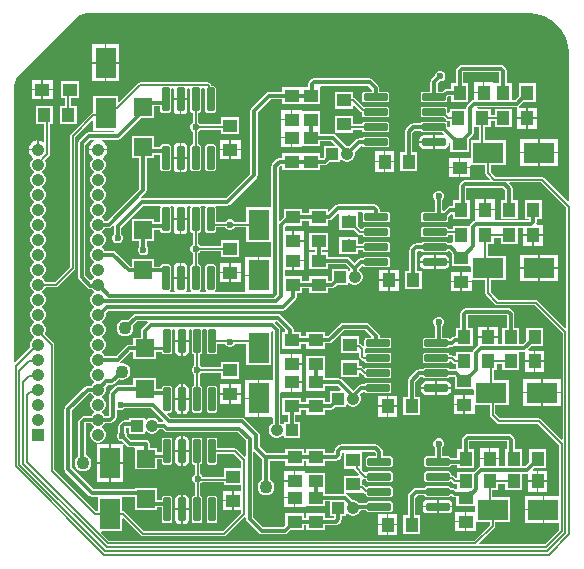
<source format=gtl>
G04*
G04 #@! TF.GenerationSoftware,Altium Limited,Altium Designer,23.3.1 (30)*
G04*
G04 Layer_Physical_Order=1*
G04 Layer_Color=255*
%FSLAX24Y24*%
%MOIN*%
G70*
G04*
G04 #@! TF.SameCoordinates,2879F4B0-5C84-431D-B3E2-9D7652F484AD*
G04*
G04*
G04 #@! TF.FilePolarity,Positive*
G04*
G01*
G75*
%ADD12C,0.0100*%
%ADD14R,0.0500X0.0449*%
%ADD15R,0.1043X0.0689*%
%ADD16R,0.0449X0.0500*%
G04:AMPARAMS|DCode=17|XSize=77.6mil|YSize=23.6mil|CornerRadius=3mil|HoleSize=0mil|Usage=FLASHONLY|Rotation=0.000|XOffset=0mil|YOffset=0mil|HoleType=Round|Shape=RoundedRectangle|*
%AMROUNDEDRECTD17*
21,1,0.0776,0.0177,0,0,0.0*
21,1,0.0717,0.0236,0,0,0.0*
1,1,0.0059,0.0358,-0.0089*
1,1,0.0059,-0.0358,-0.0089*
1,1,0.0059,-0.0358,0.0089*
1,1,0.0059,0.0358,0.0089*
%
%ADD17ROUNDEDRECTD17*%
G04:AMPARAMS|DCode=18|XSize=77.6mil|YSize=23.6mil|CornerRadius=3mil|HoleSize=0mil|Usage=FLASHONLY|Rotation=90.000|XOffset=0mil|YOffset=0mil|HoleType=Round|Shape=RoundedRectangle|*
%AMROUNDEDRECTD18*
21,1,0.0776,0.0177,0,0,90.0*
21,1,0.0717,0.0236,0,0,90.0*
1,1,0.0059,0.0089,0.0358*
1,1,0.0059,0.0089,-0.0358*
1,1,0.0059,-0.0089,-0.0358*
1,1,0.0059,-0.0089,0.0358*
%
%ADD18ROUNDEDRECTD18*%
%ADD19R,0.0630X0.0598*%
%ADD20R,0.0689X0.1043*%
%ADD21R,0.0492X0.0433*%
%ADD34C,0.0120*%
%ADD35C,0.0060*%
%ADD36C,0.0059*%
%ADD37C,0.0430*%
%ADD38R,0.0413X0.0413*%
%ADD39C,0.0413*%
%ADD40R,0.0413X0.0413*%
%ADD41C,0.0236*%
G36*
X17591Y18678D02*
X17766Y18632D01*
X17933Y18563D01*
X18089Y18472D01*
X18233Y18362D01*
X18360Y18235D01*
X18470Y18091D01*
X18561Y17935D01*
X18630Y17768D01*
X18676Y17593D01*
X18700Y17414D01*
Y17324D01*
Y12444D01*
X18654Y12425D01*
X17865Y13213D01*
X17836Y13233D01*
X17801Y13240D01*
X16249D01*
X16094Y13395D01*
Y13646D01*
X16584D01*
Y14454D01*
X15890D01*
Y14891D01*
X16083D01*
Y15109D01*
X16217D01*
Y14891D01*
X16784D01*
Y15509D01*
X16217D01*
Y15291D01*
X16083D01*
Y15509D01*
X15656D01*
X15629Y15559D01*
X15629Y15560D01*
X16929D01*
X16958Y15554D01*
X16975Y15512D01*
Y15230D01*
X17270D01*
Y15550D01*
X17064D01*
X17049Y15580D01*
X17046Y15600D01*
X17187Y15741D01*
X17583D01*
Y16359D01*
X17016D01*
Y15913D01*
X16905Y15802D01*
X16783D01*
Y16359D01*
X16621D01*
Y16780D01*
X16621Y16780D01*
X16612Y16826D01*
X16586Y16866D01*
X16586Y16866D01*
X16516Y16936D01*
X16476Y16962D01*
X16430Y16971D01*
X16430Y16971D01*
X15121D01*
X15121Y16971D01*
X15074Y16962D01*
X15035Y16936D01*
X15035Y16936D01*
X14965Y16866D01*
X14938Y16826D01*
X14929Y16780D01*
X14929Y16780D01*
Y16359D01*
X14767D01*
Y16171D01*
X14620D01*
X14620Y16171D01*
X14573Y16162D01*
X14534Y16136D01*
X14477Y16079D01*
X14321D01*
Y16350D01*
X14395Y16423D01*
X14435D01*
X14500Y16450D01*
X14550Y16500D01*
X14577Y16565D01*
Y16635D01*
X14550Y16700D01*
X14500Y16750D01*
X14435Y16777D01*
X14365D01*
X14300Y16750D01*
X14250Y16700D01*
X14223Y16635D01*
Y16595D01*
X14114Y16486D01*
X14088Y16446D01*
X14079Y16400D01*
X14079Y16400D01*
Y16079D01*
X13842D01*
X13807Y16072D01*
X13778Y16052D01*
X13758Y16023D01*
X13751Y15989D01*
Y15811D01*
X13758Y15777D01*
X13778Y15748D01*
X13807Y15728D01*
X13842Y15721D01*
X14558D01*
X14593Y15728D01*
X14622Y15748D01*
X14642Y15777D01*
X14649Y15811D01*
Y15907D01*
X14670Y15929D01*
X14767D01*
Y15741D01*
X15334D01*
Y16359D01*
X15172D01*
Y16729D01*
X16379D01*
Y16359D01*
X16217D01*
Y16359D01*
X16174Y16377D01*
Y16400D01*
X15879D01*
Y16050D01*
X15850D01*
Y16020D01*
X15525D01*
Y15801D01*
X15484Y15793D01*
X15445Y15767D01*
X15445Y15767D01*
X15314Y15636D01*
X15288Y15596D01*
X15279Y15550D01*
X15250Y15509D01*
X14717D01*
Y15390D01*
X14667Y15364D01*
X14649Y15378D01*
Y15489D01*
X14642Y15523D01*
X14622Y15552D01*
X14593Y15572D01*
X14558Y15579D01*
X13842D01*
X13807Y15572D01*
X13778Y15552D01*
X13758Y15523D01*
X13751Y15489D01*
Y15311D01*
X13758Y15277D01*
X13778Y15248D01*
X13807Y15228D01*
X13842Y15221D01*
X14520D01*
X14605Y15136D01*
X14635Y15116D01*
X14670Y15109D01*
X14717D01*
Y14915D01*
X14670Y14887D01*
X14649Y14903D01*
Y14989D01*
X14642Y15023D01*
X14622Y15052D01*
X14593Y15072D01*
X14558Y15079D01*
X13842D01*
X13807Y15072D01*
X13778Y15052D01*
X13758Y15023D01*
X13758Y15021D01*
X13500D01*
X13454Y15012D01*
X13414Y14986D01*
X13414Y14986D01*
X13264Y14835D01*
X13237Y14796D01*
X13228Y14750D01*
X13228Y14750D01*
Y14059D01*
X13066D01*
Y13441D01*
X13633D01*
Y14059D01*
X13471D01*
Y14699D01*
X13550Y14779D01*
X13758D01*
X13758Y14777D01*
X13778Y14748D01*
X13807Y14728D01*
X13842Y14721D01*
X14477D01*
X14527Y14671D01*
X14507Y14621D01*
X14230D01*
Y14400D01*
Y14179D01*
X14558D01*
X14609Y14189D01*
X14652Y14218D01*
X14680Y14261D01*
X14690Y14311D01*
Y14377D01*
X14740Y14404D01*
X14741Y14404D01*
Y14067D01*
X15359D01*
Y14487D01*
X15486Y14614D01*
X15486Y14614D01*
X15512Y14654D01*
X15521Y14700D01*
Y14891D01*
X15709D01*
Y14454D01*
X15423D01*
Y13916D01*
X15400Y13875D01*
X15373Y13875D01*
X15080D01*
Y13580D01*
X15400D01*
Y13606D01*
X15423Y13646D01*
X15450Y13646D01*
X15913D01*
Y13357D01*
X15920Y13322D01*
X15939Y13293D01*
X16065Y13168D01*
X16046Y13121D01*
X15220D01*
X15220Y13121D01*
X15174Y13112D01*
X15134Y13086D01*
X15134Y13086D01*
X15064Y13016D01*
X15038Y12976D01*
X15029Y12930D01*
X15029Y12930D01*
Y12459D01*
X14817D01*
Y12271D01*
X14742D01*
X14696Y12262D01*
X14656Y12236D01*
X14656Y12236D01*
X14521Y12101D01*
X14471Y12122D01*
Y12471D01*
X14500Y12500D01*
X14527Y12565D01*
Y12635D01*
X14500Y12700D01*
X14450Y12750D01*
X14385Y12777D01*
X14315D01*
X14250Y12750D01*
X14200Y12700D01*
X14173Y12635D01*
Y12565D01*
X14200Y12500D01*
X14229Y12471D01*
Y12079D01*
X13864D01*
X13830Y12072D01*
X13800Y12052D01*
X13781Y12023D01*
X13774Y11989D01*
Y11811D01*
X13781Y11777D01*
X13800Y11748D01*
X13830Y11728D01*
X13864Y11721D01*
X14581D01*
X14615Y11728D01*
X14645Y11748D01*
X14664Y11777D01*
X14671Y11811D01*
Y11907D01*
X14767Y12003D01*
X14817Y11982D01*
Y11841D01*
X15384D01*
Y12459D01*
X15271D01*
Y12879D01*
X16500D01*
X16579Y12800D01*
Y12459D01*
X16417D01*
Y11841D01*
X16984D01*
Y12459D01*
X16821D01*
Y12850D01*
X16821Y12850D01*
X16812Y12896D01*
X16786Y12936D01*
X16786Y12936D01*
X16710Y13012D01*
X16729Y13058D01*
X17763D01*
X18609Y12212D01*
Y8235D01*
X18563Y8215D01*
X17664Y9114D01*
X17635Y9134D01*
X17600Y9141D01*
X16345D01*
X16094Y9391D01*
Y9796D01*
X16584D01*
Y10604D01*
X15990D01*
Y10991D01*
X16183D01*
Y11209D01*
X16417D01*
Y10991D01*
X16984D01*
Y11548D01*
X17175D01*
Y11330D01*
X17500D01*
X17824D01*
Y11650D01*
X17643D01*
X17621Y11680D01*
X17613Y11700D01*
X17621Y11739D01*
X17621Y11739D01*
Y11841D01*
X17783D01*
Y12459D01*
X17216D01*
Y11841D01*
X17378D01*
Y11790D01*
X16270D01*
X16224Y11800D01*
X16224Y11840D01*
Y12120D01*
X15900D01*
X15575D01*
Y11839D01*
X15575Y11815D01*
X15543Y11781D01*
X15535Y11776D01*
X15504Y11755D01*
X15414Y11666D01*
X15388Y11626D01*
X15384Y11609D01*
X14817D01*
Y11491D01*
X14671D01*
X14664Y11523D01*
X14645Y11552D01*
X14615Y11572D01*
X14581Y11579D01*
X13864D01*
X13830Y11572D01*
X13800Y11552D01*
X13781Y11523D01*
X13774Y11489D01*
Y11311D01*
X13781Y11277D01*
X13800Y11248D01*
X13830Y11228D01*
X13864Y11221D01*
X14581D01*
X14615Y11228D01*
X14645Y11248D01*
X14664Y11277D01*
X14671Y11309D01*
X14817D01*
Y11054D01*
X14767Y11018D01*
X14750Y11021D01*
X14750Y11021D01*
X14664D01*
X14664Y11023D01*
X14645Y11052D01*
X14615Y11072D01*
X14581Y11079D01*
X13864D01*
X13830Y11072D01*
X13800Y11052D01*
X13781Y11023D01*
X13780Y11021D01*
X13600D01*
X13600Y11021D01*
X13554Y11012D01*
X13514Y10986D01*
X13514Y10986D01*
X13414Y10885D01*
X13387Y10846D01*
X13378Y10800D01*
X13378Y10800D01*
Y10109D01*
X13216D01*
Y9491D01*
X13783D01*
Y10109D01*
X13621D01*
Y10749D01*
X13650Y10779D01*
X13780D01*
X13781Y10777D01*
X13800Y10748D01*
X13830Y10728D01*
X13864Y10721D01*
X14581D01*
X14615Y10728D01*
X14645Y10748D01*
X14655Y10764D01*
X14703Y10768D01*
X14712Y10766D01*
X14791Y10687D01*
Y10266D01*
X15409D01*
X15423Y10222D01*
Y10075D01*
X15130D01*
Y9780D01*
X15450D01*
Y9796D01*
X15913D01*
Y9354D01*
X15920Y9319D01*
X15939Y9289D01*
X16243Y8986D01*
X16272Y8966D01*
X16307Y8959D01*
X17562D01*
X18490Y8031D01*
Y4504D01*
X18444Y4484D01*
X17764Y5164D01*
X17735Y5184D01*
X17700Y5191D01*
X16388D01*
X16241Y5338D01*
Y5646D01*
X16684D01*
Y6454D01*
X16194D01*
Y6791D01*
X16283D01*
Y7009D01*
X16467D01*
Y6791D01*
X17034D01*
Y7409D01*
X17084Y7410D01*
X17206D01*
X17206Y7410D01*
X17225Y7394D01*
Y7130D01*
X17520D01*
Y7450D01*
X17362D01*
X17343Y7496D01*
X17438Y7591D01*
X17833D01*
Y8209D01*
X17266D01*
Y7763D01*
X17156Y7652D01*
X17034D01*
Y8209D01*
X16872D01*
Y8680D01*
X16872Y8680D01*
X16863Y8726D01*
X16836Y8766D01*
X16836Y8766D01*
X16766Y8836D01*
X16727Y8862D01*
X16680Y8871D01*
X16680Y8871D01*
X15270D01*
X15270Y8871D01*
X15224Y8862D01*
X15184Y8836D01*
X15184Y8836D01*
X15114Y8766D01*
X15088Y8726D01*
X15079Y8680D01*
X15079Y8680D01*
Y8209D01*
X14917D01*
Y7921D01*
X14900D01*
X14854Y7912D01*
X14814Y7886D01*
X14814Y7886D01*
X14762Y7834D01*
X14753Y7832D01*
X14706Y7836D01*
X14695Y7852D01*
X14665Y7872D01*
X14631Y7879D01*
X14471D01*
Y8271D01*
X14500Y8300D01*
X14527Y8365D01*
Y8435D01*
X14500Y8500D01*
X14450Y8550D01*
X14385Y8577D01*
X14315D01*
X14250Y8550D01*
X14200Y8500D01*
X14173Y8435D01*
Y8365D01*
X14200Y8300D01*
X14229Y8271D01*
Y7879D01*
X13914D01*
X13880Y7872D01*
X13850Y7852D01*
X13831Y7823D01*
X13824Y7789D01*
Y7611D01*
X13831Y7577D01*
X13850Y7548D01*
X13880Y7528D01*
X13914Y7521D01*
X14631D01*
X14665Y7528D01*
X14695Y7548D01*
X14714Y7577D01*
X14714Y7579D01*
X14800D01*
X14800Y7579D01*
X14846Y7588D01*
X14867Y7602D01*
X14917Y7591D01*
Y7591D01*
X15484D01*
Y8209D01*
X15321D01*
Y8629D01*
X16629D01*
Y8209D01*
X16467D01*
Y7652D01*
X16324D01*
Y7870D01*
X16000D01*
X15676D01*
Y7624D01*
X15665Y7617D01*
X15665Y7617D01*
X15514Y7466D01*
X15488Y7426D01*
X15483Y7409D01*
X14917D01*
Y7277D01*
X14870Y7258D01*
X14864Y7264D01*
X14835Y7284D01*
X14800Y7291D01*
X14721D01*
X14714Y7323D01*
X14695Y7352D01*
X14665Y7372D01*
X14631Y7379D01*
X13914D01*
X13880Y7372D01*
X13850Y7352D01*
X13831Y7323D01*
X13824Y7289D01*
Y7111D01*
X13831Y7077D01*
X13850Y7048D01*
X13880Y7028D01*
X13914Y7021D01*
X14631D01*
X14665Y7028D01*
X14695Y7048D01*
X14714Y7077D01*
X14718Y7096D01*
X14769Y7103D01*
X14836Y7036D01*
X14865Y7016D01*
X14900Y7009D01*
X14917D01*
Y6821D01*
X14714D01*
X14714Y6823D01*
X14695Y6852D01*
X14665Y6872D01*
X14631Y6879D01*
X13914D01*
X13880Y6872D01*
X13850Y6852D01*
X13831Y6823D01*
X13830Y6821D01*
X13700D01*
X13700Y6821D01*
X13654Y6812D01*
X13614Y6786D01*
X13614Y6786D01*
X13364Y6535D01*
X13337Y6496D01*
X13328Y6450D01*
X13328Y6450D01*
Y5909D01*
X13166D01*
Y5291D01*
X13733D01*
Y5909D01*
X13571D01*
Y6399D01*
X13750Y6579D01*
X13830D01*
X13831Y6577D01*
X13850Y6548D01*
X13880Y6528D01*
X13914Y6521D01*
X14631D01*
X14665Y6528D01*
X14695Y6548D01*
X14714Y6577D01*
X14714Y6579D01*
X14874D01*
X14891Y6561D01*
Y6166D01*
X15509D01*
X15523Y6122D01*
Y5975D01*
X15230D01*
Y5650D01*
Y5326D01*
X15550D01*
Y5646D01*
X16059D01*
Y5300D01*
X16066Y5265D01*
X16086Y5236D01*
X16286Y5036D01*
X16315Y5016D01*
X16350Y5009D01*
X17662D01*
X18366Y4305D01*
Y2594D01*
X17876D01*
Y2150D01*
Y1706D01*
X18366D01*
Y1463D01*
X17894Y991D01*
X15734D01*
X15715Y1037D01*
X16217Y1540D01*
X16237Y1569D01*
X16244Y1604D01*
Y1746D01*
X16734D01*
Y2554D01*
X16140D01*
Y2791D01*
X16333D01*
Y3010D01*
X16567D01*
Y2791D01*
X17134D01*
Y3348D01*
X17294D01*
X17294Y3348D01*
X17325Y3322D01*
Y3130D01*
X17620D01*
Y3450D01*
X17512D01*
X17493Y3496D01*
X17538Y3541D01*
X17933D01*
Y4159D01*
X17366D01*
Y3713D01*
X17244Y3590D01*
X17134D01*
Y4159D01*
X16892D01*
Y4480D01*
X16892Y4480D01*
X16882Y4526D01*
X16856Y4566D01*
X16856Y4566D01*
X16786Y4636D01*
X16746Y4662D01*
X16700Y4671D01*
X16700Y4671D01*
X15321D01*
X15321Y4671D01*
X15275Y4662D01*
X15235Y4636D01*
X15235Y4636D01*
X15165Y4566D01*
X15139Y4526D01*
X15129Y4480D01*
X15129Y4480D01*
Y4159D01*
X14967D01*
Y3871D01*
X14764D01*
X14764Y3873D01*
X14745Y3902D01*
X14715Y3922D01*
X14681Y3929D01*
X14471D01*
Y4221D01*
X14500Y4250D01*
X14527Y4315D01*
Y4385D01*
X14500Y4450D01*
X14450Y4500D01*
X14385Y4527D01*
X14315D01*
X14250Y4500D01*
X14200Y4450D01*
X14173Y4385D01*
Y4315D01*
X14200Y4250D01*
X14229Y4221D01*
Y3929D01*
X13964D01*
X13930Y3922D01*
X13900Y3902D01*
X13881Y3873D01*
X13874Y3839D01*
Y3661D01*
X13881Y3627D01*
X13900Y3598D01*
X13930Y3578D01*
X13964Y3571D01*
X14681D01*
X14715Y3578D01*
X14745Y3598D01*
X14764Y3627D01*
X14764Y3629D01*
X14967D01*
Y3541D01*
X15534D01*
Y4159D01*
X15372D01*
Y4429D01*
X16649D01*
Y4159D01*
X16567D01*
Y3590D01*
X16374D01*
Y3820D01*
X16050D01*
X15725D01*
Y3578D01*
X15690Y3555D01*
X15690Y3555D01*
X15571Y3436D01*
X15534Y3409D01*
Y3409D01*
X15534Y3409D01*
X14967D01*
Y3231D01*
X14917Y3211D01*
X14864Y3263D01*
X14835Y3283D01*
X14800Y3290D01*
X14771D01*
Y3339D01*
X14764Y3373D01*
X14745Y3402D01*
X14715Y3422D01*
X14681Y3429D01*
X13964D01*
X13930Y3422D01*
X13900Y3402D01*
X13881Y3373D01*
X13874Y3339D01*
Y3161D01*
X13881Y3127D01*
X13900Y3098D01*
X13930Y3078D01*
X13964Y3071D01*
X14681D01*
X14715Y3078D01*
X14745Y3098D01*
X14792Y3079D01*
X14835Y3036D01*
X14864Y3016D01*
X14899Y3009D01*
X14967D01*
Y2864D01*
X14924Y2839D01*
X14897Y2848D01*
X14876Y2862D01*
X14830Y2871D01*
X14830Y2871D01*
X14764D01*
X14764Y2873D01*
X14745Y2902D01*
X14715Y2922D01*
X14681Y2929D01*
X13964D01*
X13930Y2922D01*
X13900Y2902D01*
X13881Y2873D01*
X13880Y2871D01*
X13600D01*
X13554Y2862D01*
X13514Y2836D01*
X13514Y2836D01*
X13364Y2685D01*
X13337Y2646D01*
X13328Y2600D01*
X13328Y2600D01*
Y1959D01*
X13166D01*
Y1341D01*
X13733D01*
Y1959D01*
X13571D01*
Y2549D01*
X13650Y2629D01*
X13880D01*
X13881Y2627D01*
X13900Y2598D01*
X13930Y2578D01*
X13964Y2571D01*
X14681D01*
X14715Y2578D01*
X14745Y2598D01*
X14806Y2602D01*
X14810Y2598D01*
X14810Y2598D01*
X14849Y2572D01*
X14896Y2563D01*
X14941Y2554D01*
Y2266D01*
X15559D01*
X15573Y2222D01*
Y2075D01*
X15280D01*
Y1750D01*
Y1426D01*
X15600D01*
Y1746D01*
X16063D01*
Y1641D01*
X15531Y1109D01*
X3373D01*
X3106Y1377D01*
X3125Y1423D01*
X3804D01*
Y1848D01*
X3854Y1869D01*
X4436Y1286D01*
X4436Y1286D01*
X4465Y1267D01*
X4500Y1260D01*
X7200D01*
X7235Y1267D01*
X7264Y1286D01*
X7879Y1901D01*
X7929Y1880D01*
Y1850D01*
X7929Y1850D01*
X7938Y1804D01*
X7964Y1764D01*
X8364Y1364D01*
X8364Y1364D01*
X8404Y1338D01*
X8450Y1329D01*
X9224D01*
X9224Y1329D01*
X9270Y1338D01*
X9310Y1364D01*
X9413Y1467D01*
X9859D01*
Y1629D01*
X9941D01*
Y1467D01*
X10559D01*
Y1629D01*
X10930D01*
X10930Y1629D01*
X10976Y1638D01*
X11016Y1665D01*
X11086Y1735D01*
X11086Y1735D01*
X11112Y1774D01*
X11121Y1821D01*
X11121Y1821D01*
Y1934D01*
X11266D01*
Y1988D01*
X11316Y2008D01*
X11337Y1987D01*
X11397Y1952D01*
X11465Y1934D01*
X11535D01*
X11603Y1952D01*
X11663Y1987D01*
X11713Y2037D01*
X11748Y2097D01*
X11756Y2129D01*
X11935D01*
X11936Y2127D01*
X11955Y2098D01*
X11985Y2078D01*
X12019Y2071D01*
X12736D01*
X12770Y2078D01*
X12800Y2098D01*
X12819Y2127D01*
X12826Y2161D01*
Y2339D01*
X12819Y2373D01*
X12800Y2402D01*
X12770Y2422D01*
X12736Y2429D01*
X12019D01*
X11985Y2422D01*
X11955Y2402D01*
X11936Y2373D01*
X11935Y2371D01*
X11704D01*
X11663Y2413D01*
X11603Y2448D01*
X11535Y2466D01*
X11488D01*
X11318Y2635D01*
X11279Y2662D01*
X11253Y2667D01*
X11258Y2717D01*
X11809D01*
Y2717D01*
X11841Y2730D01*
X11871Y2701D01*
X11900Y2681D01*
X11929Y2675D01*
Y2661D01*
X11936Y2627D01*
X11955Y2598D01*
X11985Y2578D01*
X12019Y2571D01*
X12736D01*
X12770Y2578D01*
X12800Y2598D01*
X12819Y2627D01*
X12826Y2661D01*
Y2839D01*
X12819Y2873D01*
X12800Y2902D01*
X12770Y2922D01*
X12736Y2929D01*
X12019D01*
X11985Y2922D01*
X11955Y2902D01*
X11929Y2900D01*
X11869Y2959D01*
X11840Y2979D01*
X11809Y2985D01*
Y3144D01*
X11835Y3164D01*
X11859Y3171D01*
X11866Y3166D01*
X11901Y3159D01*
X11929D01*
X11936Y3127D01*
X11955Y3098D01*
X11985Y3078D01*
X12019Y3071D01*
X12736D01*
X12770Y3078D01*
X12800Y3098D01*
X12819Y3127D01*
X12826Y3161D01*
Y3339D01*
X12819Y3373D01*
X12800Y3402D01*
X12770Y3422D01*
X12736Y3429D01*
X12019D01*
X11985Y3422D01*
X11955Y3402D01*
X11952Y3398D01*
X11892Y3388D01*
X11865Y3414D01*
X11863Y3416D01*
X11795Y3483D01*
X11809Y3516D01*
X11809D01*
Y4079D01*
X12200D01*
X12256Y4022D01*
Y3929D01*
X12019D01*
X11985Y3922D01*
X11955Y3902D01*
X11936Y3873D01*
X11929Y3839D01*
Y3661D01*
X11936Y3627D01*
X11955Y3598D01*
X11985Y3578D01*
X12019Y3571D01*
X12736D01*
X12770Y3578D01*
X12800Y3598D01*
X12819Y3627D01*
X12826Y3661D01*
Y3839D01*
X12819Y3873D01*
X12800Y3902D01*
X12770Y3922D01*
X12736Y3929D01*
X12499D01*
Y4072D01*
X12499Y4072D01*
X12490Y4119D01*
X12463Y4158D01*
X12463Y4158D01*
X12336Y4286D01*
X12296Y4312D01*
X12250Y4321D01*
X12250Y4321D01*
X11100D01*
X11054Y4312D01*
X11014Y4286D01*
X11014Y4286D01*
X10914Y4186D01*
X10888Y4146D01*
X10879Y4100D01*
X10879Y4100D01*
Y4021D01*
X10559D01*
Y4183D01*
X9941D01*
Y4021D01*
X9859D01*
Y4183D01*
X9241D01*
Y4021D01*
X8625D01*
X8396Y4250D01*
Y4626D01*
X8396Y4626D01*
X8386Y4672D01*
X8360Y4712D01*
X7897Y5175D01*
X7858Y5201D01*
X7811Y5210D01*
X7811Y5210D01*
X5432D01*
X5309Y5333D01*
X5329Y5379D01*
X5389D01*
X5423Y5386D01*
X5452Y5405D01*
X5472Y5435D01*
X5479Y5469D01*
Y6186D01*
X5472Y6220D01*
X5452Y6250D01*
X5423Y6269D01*
X5389Y6276D01*
X5211D01*
X5177Y6269D01*
X5148Y6250D01*
X5128Y6220D01*
X5121Y6186D01*
Y6171D01*
X4924D01*
Y6535D01*
X4176D01*
Y6298D01*
X3677D01*
X3630Y6289D01*
X3591Y6263D01*
X3591Y6263D01*
X3414Y6086D01*
X3388Y6046D01*
X3379Y6000D01*
X3379Y6000D01*
Y5300D01*
X3350Y5271D01*
X3237D01*
X3213Y5313D01*
X3163Y5363D01*
X3148Y5371D01*
Y5429D01*
X3163Y5437D01*
X3213Y5487D01*
X3248Y5547D01*
X3266Y5615D01*
Y5685D01*
X3248Y5753D01*
X3213Y5813D01*
X3163Y5863D01*
X3148Y5871D01*
Y5929D01*
X3163Y5937D01*
X3213Y5987D01*
X3248Y6047D01*
X3266Y6115D01*
Y6185D01*
X3253Y6232D01*
X3333Y6311D01*
X3482D01*
X3482Y6311D01*
X3529Y6320D01*
X3568Y6347D01*
X3712Y6490D01*
X3764Y6476D01*
X3836D01*
X3906Y6495D01*
X3968Y6531D01*
X4019Y6582D01*
X4055Y6644D01*
X4074Y6714D01*
Y6786D01*
X4055Y6856D01*
X4019Y6918D01*
X3968Y6969D01*
X3906Y7005D01*
X3836Y7024D01*
X3765D01*
X3762Y7026D01*
X3746Y7050D01*
X3741Y7070D01*
X4074Y7402D01*
X4176D01*
Y7165D01*
X4924D01*
Y7412D01*
X5122D01*
X5128Y7380D01*
X5148Y7350D01*
X5177Y7331D01*
X5211Y7324D01*
X5389D01*
X5423Y7331D01*
X5452Y7350D01*
X5472Y7380D01*
X5479Y7414D01*
Y8124D01*
X5515Y8163D01*
X5541Y8163D01*
X5579Y8131D01*
Y7802D01*
X5800D01*
X6021D01*
Y8131D01*
X6059Y8163D01*
X6085Y8163D01*
X6121Y8124D01*
Y7414D01*
X6128Y7380D01*
X6148Y7350D01*
X6177Y7331D01*
X6210Y7324D01*
Y6957D01*
X6204Y6954D01*
X6154Y6904D01*
X6127Y6839D01*
Y6769D01*
X6154Y6704D01*
X6204Y6654D01*
X6210Y6651D01*
Y6276D01*
X6177Y6269D01*
X6148Y6250D01*
X6128Y6220D01*
X6121Y6186D01*
Y5469D01*
X6128Y5435D01*
X6148Y5405D01*
X6177Y5386D01*
X6211Y5379D01*
X6389D01*
X6423Y5386D01*
X6452Y5405D01*
X6472Y5435D01*
X6479Y5469D01*
Y6186D01*
X6472Y6220D01*
X6452Y6250D01*
X6423Y6269D01*
X6390Y6276D01*
Y6648D01*
X6404Y6654D01*
X6454Y6704D01*
X6458Y6714D01*
X7091D01*
Y6517D01*
X7709D01*
Y7083D01*
X7091D01*
Y6894D01*
X6458D01*
X6454Y6904D01*
X6404Y6954D01*
X6390Y6960D01*
Y7324D01*
X6423Y7331D01*
X6452Y7350D01*
X6472Y7380D01*
X6479Y7414D01*
Y8131D01*
X6519Y8179D01*
X6581D01*
X6621Y8131D01*
Y7414D01*
X6628Y7380D01*
X6648Y7350D01*
X6677Y7331D01*
X6711Y7324D01*
X6889D01*
X6923Y7331D01*
X6952Y7350D01*
X6972Y7380D01*
X6979Y7414D01*
Y7682D01*
X7237D01*
X7250Y7650D01*
X7300Y7600D01*
X7365Y7573D01*
X7435D01*
X7500Y7600D01*
X7550Y7650D01*
X7563Y7682D01*
X7946D01*
Y6966D01*
X8754D01*
Y8081D01*
X8804Y8104D01*
X8829Y8085D01*
Y6511D01*
X8794Y6475D01*
X8779Y6475D01*
X8380D01*
Y5854D01*
Y5232D01*
X8779D01*
X8794Y5232D01*
X8829Y5196D01*
Y5037D01*
X8787Y5013D01*
X8737Y4963D01*
X8702Y4903D01*
X8684Y4835D01*
Y4765D01*
X8702Y4697D01*
X8737Y4637D01*
X8787Y4587D01*
X8847Y4552D01*
X8915Y4534D01*
X8985D01*
X9053Y4552D01*
X9113Y4587D01*
X9134Y4608D01*
X9184Y4588D01*
Y4534D01*
X9716D01*
Y5066D01*
X9571D01*
Y5317D01*
X9759D01*
Y5479D01*
X9941D01*
Y5317D01*
X10559D01*
Y5479D01*
X10750D01*
X10750Y5479D01*
X10797Y5488D01*
X10836Y5515D01*
X10906Y5584D01*
X11266D01*
Y5638D01*
X11316Y5658D01*
X11337Y5637D01*
X11397Y5602D01*
X11465Y5584D01*
X11535D01*
X11603Y5602D01*
X11663Y5637D01*
X11713Y5687D01*
X11748Y5747D01*
X11766Y5815D01*
Y5885D01*
X11748Y5953D01*
X11728Y5986D01*
X11786Y6044D01*
X11786Y6044D01*
X11786Y6045D01*
X11821Y6079D01*
X11885D01*
X11886Y6077D01*
X11905Y6048D01*
X11935Y6028D01*
X11969Y6021D01*
X12686D01*
X12720Y6028D01*
X12750Y6048D01*
X12769Y6077D01*
X12776Y6111D01*
Y6289D01*
X12769Y6323D01*
X12750Y6352D01*
X12720Y6372D01*
X12686Y6379D01*
X11969D01*
X11935Y6372D01*
X11905Y6352D01*
X11886Y6323D01*
X11885Y6321D01*
X11770D01*
X11770Y6321D01*
X11724Y6312D01*
X11684Y6286D01*
X11684Y6286D01*
X11614Y6216D01*
X11614Y6215D01*
X11515Y6116D01*
X11488D01*
X11118Y6485D01*
X11079Y6512D01*
X11032Y6521D01*
X11032Y6521D01*
X10559D01*
Y6683D01*
X10559D01*
Y6717D01*
X10559D01*
Y7284D01*
X9941D01*
Y6717D01*
X9941D01*
Y6683D01*
X9941D01*
Y6116D01*
X10559D01*
Y6278D01*
X10982D01*
X11098Y6162D01*
X11079Y6116D01*
X10734D01*
Y5756D01*
X10700Y5722D01*
X10559D01*
Y5884D01*
X9941D01*
Y5722D01*
X9759D01*
Y5884D01*
X9141D01*
Y5317D01*
X9329D01*
Y5066D01*
X9184D01*
Y5012D01*
X9134Y4992D01*
X9113Y5013D01*
X9071Y5037D01*
Y6037D01*
X9100Y6075D01*
X9121Y6075D01*
X9420D01*
Y6400D01*
X9450D01*
Y6429D01*
X9800D01*
Y6676D01*
Y6971D01*
X9450D01*
Y7000D01*
X9420D01*
Y7325D01*
X9121D01*
X9100Y7325D01*
X9071Y7363D01*
Y8150D01*
X9071Y8150D01*
X9062Y8196D01*
X9036Y8236D01*
X8903Y8369D01*
X8919Y8418D01*
X8957Y8421D01*
X9245Y8133D01*
X9225Y8083D01*
X9141D01*
Y7516D01*
X9759D01*
Y7678D01*
X9941D01*
Y7516D01*
X10559D01*
Y7688D01*
X10710D01*
X10710Y7688D01*
X10756Y7698D01*
X10796Y7724D01*
X11200Y8129D01*
X11900D01*
X12103Y7925D01*
X12084Y7879D01*
X11969D01*
X11935Y7872D01*
X11905Y7852D01*
X11886Y7823D01*
X11879Y7789D01*
Y7620D01*
X11858Y7605D01*
X11831Y7598D01*
X11769Y7659D01*
X11740Y7679D01*
X11709Y7685D01*
Y7933D01*
X11091D01*
Y7366D01*
X11709D01*
X11709Y7316D01*
Y7250D01*
X11716Y7215D01*
X11736Y7186D01*
X11786Y7136D01*
X11815Y7116D01*
X11850Y7109D01*
X11879D01*
X11886Y7077D01*
X11905Y7048D01*
X11935Y7028D01*
X11969Y7021D01*
X12686D01*
X12720Y7028D01*
X12750Y7048D01*
X12769Y7077D01*
X12776Y7111D01*
Y7289D01*
X12769Y7323D01*
X12750Y7352D01*
X12720Y7372D01*
X12686Y7379D01*
X11969D01*
X11941Y7373D01*
X11927Y7377D01*
X11891Y7403D01*
Y7497D01*
X11899Y7505D01*
X11935Y7528D01*
X11969Y7521D01*
X12686D01*
X12720Y7528D01*
X12750Y7548D01*
X12769Y7577D01*
X12776Y7611D01*
Y7789D01*
X12769Y7823D01*
X12750Y7852D01*
X12720Y7872D01*
X12686Y7879D01*
X12394D01*
Y7928D01*
X12384Y7974D01*
X12358Y8014D01*
X12358Y8014D01*
X12036Y8336D01*
X11996Y8362D01*
X11950Y8371D01*
X11950Y8371D01*
X11150D01*
X11104Y8362D01*
X11064Y8336D01*
X11064Y8336D01*
X10659Y7931D01*
X10559D01*
Y8083D01*
X9941D01*
Y7921D01*
X9759D01*
Y8083D01*
X9521D01*
Y8150D01*
X9512Y8196D01*
X9486Y8236D01*
X9486Y8236D01*
X9086Y8636D01*
X9046Y8662D01*
X9000Y8671D01*
X9000Y8671D01*
X4250D01*
X4250Y8671D01*
X4204Y8662D01*
X4164Y8636D01*
X4164Y8636D01*
X3989Y8460D01*
X3936Y8474D01*
X3864D01*
X3794Y8455D01*
X3732Y8419D01*
X3681Y8368D01*
X3645Y8306D01*
X3626Y8236D01*
Y8164D01*
X3645Y8094D01*
X3681Y8032D01*
X3732Y7981D01*
X3794Y7945D01*
X3864Y7926D01*
X3936D01*
X4006Y7945D01*
X4068Y7981D01*
X4119Y8032D01*
X4155Y8094D01*
X4174Y8164D01*
Y8236D01*
X4160Y8288D01*
X4301Y8429D01*
X4638D01*
X4651Y8407D01*
X4657Y8379D01*
X4464Y8186D01*
X4438Y8146D01*
X4429Y8100D01*
X4429Y8100D01*
Y7881D01*
X4176D01*
Y7645D01*
X4023D01*
X4023Y7645D01*
X3977Y7635D01*
X3937Y7609D01*
X3600Y7271D01*
X3237D01*
X3213Y7313D01*
X3163Y7363D01*
X3148Y7371D01*
Y7429D01*
X3163Y7437D01*
X3213Y7487D01*
X3248Y7547D01*
X3266Y7615D01*
Y7685D01*
X3248Y7753D01*
X3213Y7813D01*
X3163Y7863D01*
X3148Y7871D01*
Y7929D01*
X3163Y7937D01*
X3213Y7987D01*
X3248Y8047D01*
X3266Y8115D01*
Y8185D01*
X3248Y8253D01*
X3213Y8313D01*
X3163Y8363D01*
X3148Y8371D01*
Y8429D01*
X3163Y8437D01*
X3213Y8487D01*
X3248Y8547D01*
X3266Y8615D01*
Y8685D01*
X3263Y8695D01*
X3347Y8779D01*
X9150D01*
X9150Y8779D01*
X9196Y8788D01*
X9236Y8814D01*
X9586Y9164D01*
X9586Y9164D01*
X9612Y9204D01*
X9621Y9250D01*
X9621Y9250D01*
Y9367D01*
X9809D01*
Y9529D01*
X10041D01*
Y9367D01*
X10659D01*
Y9529D01*
X10800D01*
X10800Y9529D01*
X10847Y9538D01*
X10886Y9565D01*
X10956Y9634D01*
X11316D01*
Y9688D01*
X11366Y9708D01*
X11387Y9687D01*
X11447Y9652D01*
X11515Y9634D01*
X11585D01*
X11653Y9652D01*
X11713Y9687D01*
X11763Y9737D01*
X11798Y9797D01*
X11816Y9865D01*
Y9935D01*
X11798Y10003D01*
X11763Y10063D01*
X11713Y10113D01*
X11708Y10116D01*
X11700Y10178D01*
X11788Y10266D01*
X11797Y10268D01*
X11844Y10264D01*
X11855Y10248D01*
X11885Y10228D01*
X11919Y10221D01*
X12636D01*
X12670Y10228D01*
X12700Y10248D01*
X12719Y10277D01*
X12726Y10311D01*
Y10489D01*
X12719Y10523D01*
X12700Y10552D01*
X12670Y10572D01*
X12636Y10579D01*
X11919D01*
X11885Y10572D01*
X11855Y10552D01*
X11836Y10523D01*
X11836Y10521D01*
X11750D01*
X11750Y10521D01*
X11704Y10512D01*
X11664Y10486D01*
X11664Y10486D01*
X11550Y10372D01*
X11386Y10535D01*
X11347Y10562D01*
X11300Y10571D01*
X11300Y10571D01*
X10659D01*
Y10733D01*
X10471D01*
Y10817D01*
X10659D01*
Y11384D01*
X10041D01*
Y10817D01*
X10229D01*
Y10733D01*
X10041D01*
Y10166D01*
X10659D01*
Y10328D01*
X11250D01*
X11400Y10178D01*
X11394Y10129D01*
X11364Y10109D01*
X11316Y10132D01*
Y10166D01*
X10784D01*
Y9806D01*
X10750Y9772D01*
X10659D01*
Y9934D01*
X10041D01*
Y9772D01*
X9809D01*
Y9934D01*
X9228D01*
Y10125D01*
X9470D01*
Y10450D01*
X9500D01*
Y10479D01*
X9850D01*
Y10774D01*
X9850D01*
Y10776D01*
X9850D01*
Y11071D01*
X9500D01*
Y11100D01*
X9470D01*
Y11425D01*
X9228D01*
Y11582D01*
X9263Y11616D01*
X9809D01*
Y11778D01*
X10041D01*
Y11616D01*
X10659D01*
Y11788D01*
X10710D01*
X10710Y11788D01*
X10756Y11798D01*
X10796Y11824D01*
X10991Y12019D01*
X11041Y11999D01*
Y11466D01*
X11531D01*
X11661Y11336D01*
X11690Y11316D01*
X11725Y11309D01*
X11829D01*
X11836Y11277D01*
X11855Y11248D01*
X11885Y11228D01*
X11919Y11221D01*
X12636D01*
X12670Y11228D01*
X12700Y11248D01*
X12719Y11277D01*
X12726Y11311D01*
Y11489D01*
X12719Y11523D01*
X12700Y11552D01*
X12670Y11572D01*
X12636Y11579D01*
X11919D01*
X11885Y11572D01*
X11855Y11552D01*
X11836Y11523D01*
X11829Y11491D01*
X11763D01*
X11659Y11595D01*
Y11675D01*
X11661Y11687D01*
Y11735D01*
X11661Y11735D01*
X11659Y11747D01*
Y12029D01*
X11659Y12033D01*
X11670Y12079D01*
X11813D01*
X11839Y12029D01*
X11836Y12023D01*
X11829Y11989D01*
Y11811D01*
X11836Y11777D01*
X11855Y11748D01*
X11885Y11728D01*
X11919Y11721D01*
X12636D01*
X12670Y11728D01*
X12700Y11748D01*
X12719Y11777D01*
X12726Y11811D01*
Y11989D01*
X12719Y12023D01*
X12700Y12052D01*
X12670Y12072D01*
X12636Y12079D01*
X12399D01*
Y12130D01*
X12399Y12130D01*
X12390Y12176D01*
X12363Y12216D01*
X12363Y12216D01*
X12293Y12286D01*
X12254Y12312D01*
X12207Y12321D01*
X12207Y12321D01*
X11000D01*
X11000Y12321D01*
X10954Y12312D01*
X10914Y12286D01*
X10914Y12286D01*
X10709Y12081D01*
X10659Y12101D01*
Y12183D01*
X10041D01*
Y12021D01*
X9809D01*
Y12183D01*
X9191D01*
Y11888D01*
X9068Y11764D01*
X9021Y11784D01*
Y13550D01*
X9091Y13619D01*
X9141Y13606D01*
Y13467D01*
X9759D01*
Y13467D01*
X9791D01*
Y13467D01*
X10409D01*
Y13629D01*
X10550D01*
X10550Y13629D01*
X10597Y13638D01*
X10636Y13665D01*
X10706Y13734D01*
X11066D01*
Y13788D01*
X11116Y13808D01*
X11137Y13787D01*
X11197Y13752D01*
X11265Y13734D01*
X11335D01*
X11403Y13752D01*
X11463Y13787D01*
X11513Y13837D01*
X11548Y13897D01*
X11566Y13965D01*
Y14035D01*
X11553Y14082D01*
X11750Y14279D01*
X11813D01*
X11813Y14277D01*
X11833Y14248D01*
X11862Y14228D01*
X11897Y14221D01*
X12613D01*
X12648Y14228D01*
X12677Y14248D01*
X12697Y14277D01*
X12704Y14311D01*
Y14489D01*
X12697Y14523D01*
X12677Y14552D01*
X12648Y14572D01*
X12613Y14579D01*
X11897D01*
X11862Y14572D01*
X11833Y14552D01*
X11813Y14523D01*
X11813Y14521D01*
X11700D01*
X11654Y14512D01*
X11614Y14486D01*
X11614Y14486D01*
X11382Y14253D01*
X11335Y14266D01*
X11288D01*
X10918Y14635D01*
X10879Y14662D01*
X10832Y14671D01*
X10832Y14671D01*
X10409D01*
Y14833D01*
X10409D01*
Y14867D01*
X10409D01*
Y15434D01*
X9800D01*
Y15475D01*
X9480D01*
Y15150D01*
X9450D01*
Y15121D01*
X9100D01*
Y14826D01*
Y14579D01*
X9450D01*
Y14550D01*
X9480D01*
Y14225D01*
X9800D01*
Y14266D01*
X10409D01*
Y14428D01*
X10782D01*
X10898Y14312D01*
X10879Y14266D01*
X10534D01*
Y13906D01*
X10500Y13872D01*
X10409D01*
Y14034D01*
X9791D01*
Y14034D01*
X9759D01*
Y14034D01*
X9141D01*
Y13872D01*
X9050D01*
X9050Y13872D01*
X9004Y13863D01*
X8965Y13836D01*
X8814Y13686D01*
X8788Y13646D01*
X8779Y13600D01*
X8779Y13600D01*
Y12267D01*
X8754Y12227D01*
X8729Y12227D01*
X7946D01*
Y11741D01*
X7554D01*
X7550Y11750D01*
X7500Y11800D01*
X7435Y11827D01*
X7365D01*
X7300Y11800D01*
X7250Y11750D01*
X7246Y11741D01*
X6929D01*
Y12181D01*
X6922Y12215D01*
X6913Y12229D01*
X6934Y12277D01*
X6935Y12279D01*
X7300D01*
X7300Y12279D01*
X7346Y12288D01*
X7386Y12314D01*
X8286Y13214D01*
X8286Y13214D01*
X8312Y13254D01*
X8321Y13300D01*
Y15400D01*
X8750Y15828D01*
X9141D01*
Y15666D01*
X9759D01*
Y15666D01*
X9791Y15666D01*
Y15666D01*
X9809Y15666D01*
X10409D01*
Y16233D01*
X10409D01*
X10420Y16279D01*
X12000D01*
X12134Y16145D01*
Y16079D01*
X11897D01*
X11862Y16072D01*
X11833Y16052D01*
X11813Y16023D01*
X11807Y15989D01*
Y15811D01*
X11813Y15777D01*
X11833Y15748D01*
X11862Y15728D01*
X11897Y15721D01*
X12613D01*
X12648Y15728D01*
X12677Y15748D01*
X12697Y15777D01*
X12704Y15811D01*
Y15989D01*
X12697Y16023D01*
X12677Y16052D01*
X12648Y16072D01*
X12613Y16079D01*
X12377D01*
Y16195D01*
X12377Y16195D01*
X12367Y16241D01*
X12341Y16281D01*
X12341Y16281D01*
X12136Y16486D01*
X12096Y16512D01*
X12050Y16521D01*
X12050Y16521D01*
X10196D01*
X10196Y16521D01*
X10149Y16512D01*
X10110Y16486D01*
X10110Y16486D01*
X10040Y16416D01*
X10013Y16376D01*
X10004Y16330D01*
X10004Y16330D01*
Y16233D01*
X9791D01*
Y16233D01*
X9759Y16233D01*
Y16233D01*
X9741Y16233D01*
X9141D01*
Y16071D01*
X8700D01*
X8700Y16071D01*
X8653Y16062D01*
X8614Y16035D01*
X8614Y16035D01*
X8114Y15536D01*
X8088Y15496D01*
X8079Y15450D01*
X8079Y15450D01*
Y13350D01*
X7250Y12521D01*
X4464D01*
X4444Y12556D01*
X4442Y12570D01*
X4586Y12714D01*
X4586Y12714D01*
X4612Y12754D01*
X4621Y12800D01*
X4621Y12800D01*
Y13869D01*
X4874D01*
Y13979D01*
X5071D01*
Y13519D01*
X5078Y13485D01*
X5098Y13455D01*
X5127Y13436D01*
X5161Y13429D01*
X5339D01*
X5373Y13436D01*
X5402Y13455D01*
X5422Y13485D01*
X5429Y13519D01*
Y14236D01*
X5422Y14270D01*
X5402Y14300D01*
X5373Y14319D01*
X5339Y14326D01*
X5161D01*
X5127Y14319D01*
X5098Y14300D01*
X5078Y14270D01*
X5071Y14236D01*
Y14221D01*
X4874D01*
Y14585D01*
X4126D01*
Y13869D01*
X4379D01*
Y12850D01*
X3300Y11771D01*
X3237D01*
X3213Y11813D01*
X3163Y11863D01*
X3148Y11871D01*
Y11929D01*
X3163Y11937D01*
X3213Y11987D01*
X3248Y12047D01*
X3266Y12115D01*
Y12185D01*
X3248Y12253D01*
X3213Y12313D01*
X3163Y12363D01*
X3148Y12371D01*
Y12429D01*
X3163Y12437D01*
X3213Y12487D01*
X3248Y12547D01*
X3266Y12615D01*
Y12685D01*
X3248Y12753D01*
X3213Y12813D01*
X3163Y12863D01*
X3148Y12871D01*
Y12929D01*
X3163Y12937D01*
X3213Y12987D01*
X3248Y13047D01*
X3266Y13115D01*
Y13185D01*
X3248Y13253D01*
X3213Y13313D01*
X3163Y13363D01*
X3148Y13371D01*
Y13429D01*
X3163Y13437D01*
X3213Y13487D01*
X3248Y13547D01*
X3266Y13615D01*
Y13685D01*
X3248Y13753D01*
X3213Y13813D01*
X3182Y13843D01*
X3186Y13903D01*
X3188Y13905D01*
X3245Y13962D01*
X3286Y14032D01*
X3307Y14110D01*
Y14120D01*
X3000D01*
X2693D01*
Y14110D01*
X2714Y14032D01*
X2755Y13962D01*
X2812Y13905D01*
X2814Y13903D01*
X2818Y13843D01*
X2787Y13813D01*
X2752Y13753D01*
X2734Y13685D01*
Y13615D01*
X2752Y13547D01*
X2787Y13487D01*
X2837Y13437D01*
X2852Y13429D01*
Y13371D01*
X2837Y13363D01*
X2787Y13313D01*
X2752Y13253D01*
X2734Y13185D01*
Y13115D01*
X2752Y13047D01*
X2787Y12987D01*
X2837Y12937D01*
X2852Y12929D01*
Y12871D01*
X2837Y12863D01*
X2787Y12813D01*
X2752Y12753D01*
X2734Y12685D01*
Y12615D01*
X2752Y12547D01*
X2787Y12487D01*
X2837Y12437D01*
X2852Y12429D01*
Y12371D01*
X2837Y12363D01*
X2787Y12313D01*
X2752Y12253D01*
X2734Y12185D01*
Y12115D01*
X2752Y12047D01*
X2787Y11987D01*
X2837Y11937D01*
X2852Y11929D01*
Y11871D01*
X2837Y11863D01*
X2787Y11813D01*
X2752Y11753D01*
X2734Y11685D01*
Y11615D01*
X2752Y11547D01*
X2787Y11487D01*
X2837Y11437D01*
X2852Y11429D01*
Y11371D01*
X2837Y11363D01*
X2787Y11313D01*
X2752Y11253D01*
X2734Y11185D01*
Y11115D01*
X2752Y11047D01*
X2787Y10987D01*
X2837Y10937D01*
X2852Y10929D01*
Y10871D01*
X2837Y10863D01*
X2787Y10813D01*
X2752Y10753D01*
X2734Y10685D01*
Y10615D01*
X2752Y10547D01*
X2787Y10487D01*
X2837Y10437D01*
X2852Y10429D01*
Y10371D01*
X2837Y10363D01*
X2787Y10313D01*
X2752Y10253D01*
X2734Y10185D01*
Y10115D01*
X2752Y10047D01*
X2787Y9987D01*
X2837Y9937D01*
X2852Y9929D01*
Y9871D01*
X2837Y9863D01*
X2787Y9813D01*
X2779Y9799D01*
X2729Y9792D01*
X2571Y9950D01*
Y14310D01*
X2740Y14479D01*
X2856D01*
X2869Y14429D01*
X2812Y14395D01*
X2755Y14338D01*
X2714Y14268D01*
X2693Y14190D01*
Y14180D01*
X3000D01*
X3307D01*
Y14190D01*
X3286Y14268D01*
X3245Y14338D01*
X3188Y14395D01*
X3131Y14429D01*
X3144Y14479D01*
X3650D01*
X3650Y14479D01*
X3696Y14488D01*
X3736Y14514D01*
X4437Y15215D01*
X4874D01*
Y15591D01*
X5071D01*
Y15464D01*
X5078Y15430D01*
X5098Y15400D01*
X5127Y15381D01*
X5161Y15374D01*
X5339D01*
X5373Y15381D01*
X5402Y15400D01*
X5422Y15430D01*
X5429Y15464D01*
Y16181D01*
X5452Y16209D01*
X5506D01*
X5529Y16181D01*
Y15852D01*
X5750D01*
X5971D01*
Y16181D01*
X5994Y16209D01*
X6048D01*
X6071Y16181D01*
Y15464D01*
X6078Y15430D01*
X6098Y15400D01*
X6127Y15381D01*
X6160Y15374D01*
Y15054D01*
X6150Y15050D01*
X6100Y15000D01*
X6073Y14935D01*
Y14865D01*
X6100Y14800D01*
X6150Y14750D01*
X6160Y14746D01*
Y14326D01*
X6127Y14319D01*
X6098Y14300D01*
X6078Y14270D01*
X6071Y14236D01*
Y13519D01*
X6078Y13485D01*
X6098Y13455D01*
X6127Y13436D01*
X6161Y13429D01*
X6339D01*
X6373Y13436D01*
X6402Y13455D01*
X6422Y13485D01*
X6429Y13519D01*
Y14236D01*
X6422Y14270D01*
X6402Y14300D01*
X6373Y14319D01*
X6340Y14326D01*
Y14746D01*
X6350Y14750D01*
X6400Y14800D01*
X6404Y14810D01*
X7091D01*
Y14667D01*
X7709D01*
Y15233D01*
X7091D01*
Y14990D01*
X6404D01*
X6400Y15000D01*
X6350Y15050D01*
X6340Y15054D01*
Y15374D01*
X6373Y15381D01*
X6402Y15400D01*
X6422Y15430D01*
X6429Y15464D01*
Y16181D01*
X6452Y16209D01*
X6548D01*
X6571Y16181D01*
Y15464D01*
X6578Y15430D01*
X6598Y15400D01*
X6627Y15381D01*
X6661Y15374D01*
X6839D01*
X6873Y15381D01*
X6902Y15400D01*
X6922Y15430D01*
X6929Y15464D01*
Y16181D01*
X6922Y16215D01*
X6902Y16245D01*
X6873Y16264D01*
X6839Y16271D01*
X6785D01*
X6780Y16300D01*
X6760Y16329D01*
X6725Y16364D01*
X6695Y16384D01*
X6661Y16391D01*
X4400D01*
X4365Y16384D01*
X4336Y16364D01*
X3700Y15728D01*
X3654Y15747D01*
Y15934D01*
X2846D01*
Y15377D01*
X2837D01*
X2802Y15371D01*
X2772Y15351D01*
X2086Y14664D01*
X2066Y14635D01*
X2059Y14600D01*
Y10238D01*
X1562Y9741D01*
X1251D01*
X1248Y9753D01*
X1213Y9813D01*
X1163Y9863D01*
X1148Y9871D01*
Y9929D01*
X1163Y9937D01*
X1213Y9987D01*
X1248Y10047D01*
X1266Y10115D01*
Y10185D01*
X1248Y10253D01*
X1213Y10313D01*
X1163Y10363D01*
X1148Y10371D01*
Y10429D01*
X1163Y10437D01*
X1213Y10487D01*
X1248Y10547D01*
X1266Y10615D01*
Y10685D01*
X1248Y10753D01*
X1213Y10813D01*
X1163Y10863D01*
X1148Y10871D01*
Y10929D01*
X1163Y10937D01*
X1213Y10987D01*
X1248Y11047D01*
X1266Y11115D01*
Y11185D01*
X1248Y11253D01*
X1213Y11313D01*
X1163Y11363D01*
X1148Y11371D01*
Y11429D01*
X1163Y11437D01*
X1213Y11487D01*
X1248Y11547D01*
X1266Y11615D01*
Y11685D01*
X1248Y11753D01*
X1213Y11813D01*
X1163Y11863D01*
X1148Y11871D01*
Y11929D01*
X1163Y11937D01*
X1213Y11987D01*
X1248Y12047D01*
X1266Y12115D01*
Y12185D01*
X1248Y12253D01*
X1213Y12313D01*
X1163Y12363D01*
X1148Y12371D01*
Y12429D01*
X1163Y12437D01*
X1213Y12487D01*
X1248Y12547D01*
X1266Y12615D01*
Y12685D01*
X1248Y12753D01*
X1213Y12813D01*
X1163Y12863D01*
X1148Y12871D01*
Y12929D01*
X1163Y12937D01*
X1213Y12987D01*
X1248Y13047D01*
X1266Y13115D01*
Y13185D01*
X1248Y13253D01*
X1213Y13313D01*
X1163Y13363D01*
X1148Y13371D01*
Y13429D01*
X1163Y13437D01*
X1213Y13487D01*
X1248Y13547D01*
X1266Y13615D01*
Y13685D01*
X1248Y13753D01*
X1223Y13795D01*
X1364Y13936D01*
X1383Y13965D01*
X1390Y14000D01*
X1390Y14000D01*
Y14991D01*
X1484D01*
Y15609D01*
X917D01*
Y14991D01*
X1210D01*
Y14441D01*
X1160Y14412D01*
X1118Y14436D01*
X1040Y14457D01*
X1030D01*
Y14150D01*
X1000D01*
Y14120D01*
X693D01*
Y14110D01*
X714Y14032D01*
X755Y13962D01*
X812Y13905D01*
X814Y13903D01*
X818Y13843D01*
X787Y13813D01*
X752Y13753D01*
X734Y13685D01*
Y13615D01*
X752Y13547D01*
X787Y13487D01*
X837Y13437D01*
X852Y13429D01*
Y13371D01*
X837Y13363D01*
X787Y13313D01*
X752Y13253D01*
X734Y13185D01*
Y13115D01*
X752Y13047D01*
X787Y12987D01*
X837Y12937D01*
X852Y12929D01*
Y12871D01*
X837Y12863D01*
X787Y12813D01*
X752Y12753D01*
X734Y12685D01*
Y12615D01*
X752Y12547D01*
X787Y12487D01*
X837Y12437D01*
X852Y12429D01*
Y12371D01*
X837Y12363D01*
X787Y12313D01*
X752Y12253D01*
X734Y12185D01*
Y12115D01*
X752Y12047D01*
X787Y11987D01*
X837Y11937D01*
X852Y11929D01*
Y11871D01*
X837Y11863D01*
X787Y11813D01*
X752Y11753D01*
X734Y11685D01*
Y11615D01*
X752Y11547D01*
X787Y11487D01*
X837Y11437D01*
X852Y11429D01*
Y11371D01*
X837Y11363D01*
X787Y11313D01*
X752Y11253D01*
X734Y11185D01*
Y11115D01*
X752Y11047D01*
X787Y10987D01*
X837Y10937D01*
X852Y10929D01*
Y10871D01*
X837Y10863D01*
X787Y10813D01*
X752Y10753D01*
X734Y10685D01*
Y10615D01*
X752Y10547D01*
X787Y10487D01*
X837Y10437D01*
X852Y10429D01*
Y10371D01*
X837Y10363D01*
X787Y10313D01*
X752Y10253D01*
X734Y10185D01*
Y10115D01*
X752Y10047D01*
X787Y9987D01*
X837Y9937D01*
X852Y9929D01*
Y9871D01*
X837Y9863D01*
X787Y9813D01*
X752Y9753D01*
X734Y9685D01*
Y9615D01*
X752Y9547D01*
X787Y9487D01*
X837Y9437D01*
X852Y9429D01*
Y9371D01*
X837Y9363D01*
X787Y9313D01*
X752Y9253D01*
X734Y9185D01*
Y9115D01*
X752Y9047D01*
X787Y8987D01*
X837Y8937D01*
X852Y8929D01*
Y8871D01*
X837Y8863D01*
X787Y8813D01*
X752Y8753D01*
X734Y8685D01*
Y8615D01*
X752Y8547D01*
X787Y8487D01*
X837Y8437D01*
X852Y8429D01*
Y8371D01*
X837Y8363D01*
X787Y8313D01*
X752Y8253D01*
X734Y8185D01*
Y8115D01*
X752Y8047D01*
X787Y7987D01*
X837Y7937D01*
X852Y7929D01*
Y7871D01*
X837Y7863D01*
X787Y7813D01*
X752Y7753D01*
X734Y7685D01*
Y7615D01*
X745Y7574D01*
X242Y7071D01*
X196Y7090D01*
Y16210D01*
Y16269D01*
X219Y16383D01*
X263Y16490D01*
X328Y16587D01*
X369Y16628D01*
Y16628D01*
X2270Y18529D01*
X2311Y18570D01*
X2408Y18635D01*
X2515Y18679D01*
X2629Y18702D01*
X2688D01*
Y18702D01*
X17412D01*
X17591Y18678D01*
D02*
G37*
G36*
X2846Y15103D02*
Y14773D01*
X3527D01*
X3554Y14723D01*
X3553Y14721D01*
X2689D01*
X2689Y14721D01*
X2643Y14712D01*
X2603Y14686D01*
X2603Y14686D01*
X2364Y14447D01*
X2338Y14407D01*
X2329Y14361D01*
X2329Y14361D01*
Y9900D01*
X2329Y9900D01*
X2338Y9854D01*
X2364Y9814D01*
X2651Y9527D01*
X2651Y9527D01*
X2690Y9501D01*
X2737Y9492D01*
X2737Y9492D01*
X2784D01*
X2787Y9487D01*
X2837Y9437D01*
X2852Y9429D01*
Y9371D01*
X2837Y9363D01*
X2787Y9313D01*
X2752Y9253D01*
X2734Y9185D01*
Y9115D01*
X2752Y9047D01*
X2787Y8987D01*
X2837Y8937D01*
X2852Y8929D01*
Y8871D01*
X2837Y8863D01*
X2787Y8813D01*
X2752Y8753D01*
X2734Y8685D01*
Y8615D01*
X2752Y8547D01*
X2787Y8487D01*
X2837Y8437D01*
X2852Y8429D01*
Y8371D01*
X2837Y8363D01*
X2787Y8313D01*
X2752Y8253D01*
X2734Y8185D01*
Y8115D01*
X2752Y8047D01*
X2787Y7987D01*
X2837Y7937D01*
X2852Y7929D01*
Y7871D01*
X2837Y7863D01*
X2787Y7813D01*
X2752Y7753D01*
X2734Y7685D01*
Y7615D01*
X2752Y7547D01*
X2787Y7487D01*
X2837Y7437D01*
X2852Y7429D01*
Y7371D01*
X2837Y7363D01*
X2787Y7313D01*
X2752Y7253D01*
X2734Y7185D01*
Y7115D01*
X2752Y7047D01*
X2787Y6987D01*
X2837Y6937D01*
X2852Y6929D01*
Y6871D01*
X2837Y6863D01*
X2787Y6813D01*
X2752Y6753D01*
X2734Y6685D01*
Y6615D01*
X2752Y6547D01*
X2787Y6487D01*
X2837Y6437D01*
X2852Y6429D01*
Y6371D01*
X2837Y6363D01*
X2787Y6313D01*
X2763Y6271D01*
X2650D01*
X2650Y6271D01*
X2604Y6262D01*
X2564Y6236D01*
X2564Y6236D01*
X1914Y5586D01*
X1888Y5546D01*
X1879Y5500D01*
X1879Y5500D01*
Y3500D01*
X1879Y3500D01*
X1888Y3454D01*
X1914Y3414D01*
X2714Y2614D01*
X2714Y2614D01*
X2754Y2588D01*
X2800Y2579D01*
X2800Y2579D01*
X2996D01*
Y2094D01*
X2934D01*
X1540Y3487D01*
Y7650D01*
X1533Y7685D01*
X1514Y7714D01*
X1223Y8005D01*
X1248Y8047D01*
X1266Y8115D01*
Y8185D01*
X1248Y8253D01*
X1213Y8313D01*
X1163Y8363D01*
X1148Y8371D01*
Y8429D01*
X1163Y8437D01*
X1213Y8487D01*
X1248Y8547D01*
X1266Y8615D01*
Y8685D01*
X1248Y8753D01*
X1213Y8813D01*
X1163Y8863D01*
X1148Y8871D01*
Y8929D01*
X1163Y8937D01*
X1213Y8987D01*
X1248Y9047D01*
X1266Y9115D01*
Y9185D01*
X1248Y9253D01*
X1213Y9313D01*
X1163Y9363D01*
X1148Y9371D01*
Y9429D01*
X1163Y9437D01*
X1213Y9487D01*
X1248Y9547D01*
X1251Y9559D01*
X1600D01*
X1635Y9566D01*
X1664Y9586D01*
X2214Y10136D01*
X2234Y10165D01*
X2241Y10200D01*
Y14562D01*
X2800Y15122D01*
X2846Y15103D01*
D02*
G37*
G36*
X6066Y12277D02*
X6087Y12229D01*
X6078Y12215D01*
X6071Y12181D01*
Y11464D01*
X6078Y11430D01*
X6098Y11400D01*
X6127Y11381D01*
X6160Y11374D01*
Y11004D01*
X6150Y11000D01*
X6100Y10950D01*
X6073Y10885D01*
Y10815D01*
X6100Y10750D01*
X6150Y10700D01*
X6160Y10696D01*
Y10326D01*
X6127Y10319D01*
X6098Y10300D01*
X6078Y10270D01*
X6071Y10236D01*
Y9519D01*
X6078Y9485D01*
X6098Y9455D01*
X6114Y9444D01*
X6099Y9394D01*
X5968D01*
X5944Y9444D01*
X5961Y9469D01*
X5971Y9519D01*
Y9848D01*
X5750D01*
X5529D01*
Y9519D01*
X5539Y9469D01*
X5556Y9444D01*
X5532Y9394D01*
X5401D01*
X5386Y9444D01*
X5402Y9455D01*
X5422Y9485D01*
X5429Y9519D01*
Y10236D01*
X5422Y10270D01*
X5402Y10300D01*
X5373Y10319D01*
X5339Y10326D01*
X5161D01*
X5127Y10319D01*
X5098Y10300D01*
X5078Y10270D01*
X5074Y10248D01*
X4874D01*
Y10485D01*
X4126D01*
Y10248D01*
X4074D01*
X3586Y10736D01*
X3546Y10762D01*
X3500Y10771D01*
X3500Y10771D01*
X3237D01*
X3213Y10813D01*
X3163Y10863D01*
X3148Y10871D01*
Y10929D01*
X3163Y10937D01*
X3213Y10987D01*
X3248Y11047D01*
X3266Y11115D01*
Y11185D01*
X3248Y11253D01*
X3213Y11313D01*
X3163Y11363D01*
X3148Y11371D01*
Y11429D01*
X3163Y11437D01*
X3213Y11487D01*
X3237Y11529D01*
X3350D01*
X3350Y11529D01*
X3396Y11538D01*
X3436Y11564D01*
X3480Y11608D01*
X3494Y11606D01*
X3529Y11586D01*
Y11329D01*
X3500Y11300D01*
X3473Y11235D01*
Y11165D01*
X3500Y11100D01*
X3550Y11050D01*
X3615Y11023D01*
X3685D01*
X3750Y11050D01*
X3800Y11100D01*
X3827Y11165D01*
Y11235D01*
X3800Y11300D01*
X3771Y11329D01*
Y11550D01*
X4500Y12279D01*
X5065D01*
X5066Y12277D01*
X5087Y12229D01*
X5078Y12215D01*
X5071Y12181D01*
Y11721D01*
X4874D01*
Y11831D01*
X4126D01*
Y11115D01*
X4379D01*
Y10929D01*
X4350Y10900D01*
X4323Y10835D01*
Y10765D01*
X4350Y10700D01*
X4400Y10650D01*
X4465Y10623D01*
X4535D01*
X4600Y10650D01*
X4650Y10700D01*
X4677Y10765D01*
Y10835D01*
X4650Y10900D01*
X4621Y10929D01*
Y11115D01*
X4874D01*
Y11479D01*
X5071D01*
Y11464D01*
X5078Y11430D01*
X5098Y11400D01*
X5127Y11381D01*
X5161Y11374D01*
X5339D01*
X5373Y11381D01*
X5402Y11400D01*
X5422Y11430D01*
X5429Y11464D01*
Y12181D01*
X5422Y12215D01*
X5413Y12229D01*
X5434Y12277D01*
X5435Y12279D01*
X5511D01*
X5539Y12232D01*
X5539Y12229D01*
X5529Y12181D01*
Y11852D01*
X5750D01*
X5971D01*
Y12181D01*
X5961Y12229D01*
X5961Y12232D01*
X5989Y12279D01*
X6065D01*
X6066Y12277D01*
D02*
G37*
G36*
X6566D02*
X6587Y12229D01*
X6578Y12215D01*
X6571Y12181D01*
Y11464D01*
X6578Y11430D01*
X6598Y11400D01*
X6627Y11381D01*
X6661Y11374D01*
X6839D01*
X6873Y11381D01*
X6902Y11400D01*
X6922Y11430D01*
X6929Y11464D01*
Y11559D01*
X7246D01*
X7250Y11550D01*
X7300Y11500D01*
X7365Y11473D01*
X7435D01*
X7500Y11500D01*
X7550Y11550D01*
X7554Y11559D01*
X7946D01*
Y11066D01*
X8729D01*
X8754Y11066D01*
X8779Y11026D01*
Y10575D01*
X8380D01*
Y9954D01*
X8350D01*
Y9924D01*
X7906D01*
Y9394D01*
X6901D01*
X6886Y9444D01*
X6902Y9455D01*
X6922Y9485D01*
X6929Y9519D01*
Y10236D01*
X6922Y10270D01*
X6902Y10300D01*
X6873Y10319D01*
X6839Y10326D01*
X6661D01*
X6627Y10319D01*
X6598Y10300D01*
X6578Y10270D01*
X6571Y10236D01*
Y9519D01*
X6578Y9485D01*
X6598Y9455D01*
X6614Y9444D01*
X6599Y9394D01*
X6401D01*
X6386Y9444D01*
X6402Y9455D01*
X6422Y9485D01*
X6429Y9519D01*
Y10236D01*
X6422Y10270D01*
X6402Y10300D01*
X6373Y10319D01*
X6340Y10326D01*
Y10696D01*
X6350Y10700D01*
X6400Y10750D01*
X6404Y10760D01*
X7091D01*
Y10566D01*
X7709D01*
Y11133D01*
X7091D01*
Y10940D01*
X6404D01*
X6400Y10950D01*
X6350Y11000D01*
X6340Y11004D01*
Y11374D01*
X6373Y11381D01*
X6402Y11400D01*
X6422Y11430D01*
X6429Y11464D01*
Y12181D01*
X6422Y12215D01*
X6413Y12229D01*
X6434Y12277D01*
X6435Y12279D01*
X6565D01*
X6566Y12277D01*
D02*
G37*
G36*
X2787Y5987D02*
X2837Y5937D01*
X2852Y5929D01*
Y5871D01*
X2837Y5863D01*
X2787Y5813D01*
X2752Y5753D01*
X2734Y5685D01*
Y5615D01*
X2752Y5547D01*
X2787Y5487D01*
X2837Y5437D01*
X2852Y5429D01*
Y5371D01*
X2837Y5363D01*
X2787Y5313D01*
X2763Y5271D01*
X2540D01*
X2540Y5271D01*
X2494Y5262D01*
X2454Y5236D01*
X2454Y5236D01*
X2384Y5166D01*
X2358Y5126D01*
X2348Y5080D01*
X2348Y5080D01*
Y3929D01*
X2332Y3919D01*
X2281Y3868D01*
X2245Y3806D01*
X2226Y3736D01*
Y3664D01*
X2245Y3594D01*
X2281Y3532D01*
X2332Y3481D01*
X2394Y3445D01*
X2464Y3426D01*
X2536D01*
X2606Y3445D01*
X2668Y3481D01*
X2719Y3532D01*
X2755Y3594D01*
X2774Y3664D01*
Y3736D01*
X2755Y3806D01*
X2719Y3868D01*
X2668Y3919D01*
X2606Y3955D01*
X2591Y3959D01*
Y5029D01*
X2763D01*
X2787Y4987D01*
X2837Y4937D01*
X2852Y4929D01*
Y4871D01*
X2837Y4863D01*
X2787Y4813D01*
X2752Y4753D01*
X2734Y4685D01*
Y4615D01*
X2752Y4547D01*
X2787Y4487D01*
X2837Y4437D01*
X2897Y4402D01*
X2965Y4384D01*
X3035D01*
X3103Y4402D01*
X3163Y4437D01*
X3213Y4487D01*
X3248Y4547D01*
X3266Y4615D01*
Y4685D01*
X3248Y4753D01*
X3213Y4813D01*
X3163Y4863D01*
X3148Y4871D01*
Y4929D01*
X3163Y4937D01*
X3213Y4987D01*
X3237Y5029D01*
X3400D01*
X3400Y5029D01*
X3446Y5038D01*
X3486Y5064D01*
X3586Y5164D01*
X3586Y5164D01*
X3612Y5204D01*
X3621Y5250D01*
Y5463D01*
X3671Y5491D01*
X3715Y5473D01*
X3785D01*
X3850Y5500D01*
X3879Y5529D01*
X4770D01*
X5178Y5121D01*
X5157Y5071D01*
X5037D01*
X5013Y5113D01*
X4963Y5163D01*
X4903Y5198D01*
X4835Y5216D01*
X4765D01*
X4697Y5198D01*
X4637Y5163D01*
X4616Y5142D01*
X4566Y5162D01*
Y5216D01*
X4034D01*
Y5121D01*
X3870D01*
X3870Y5121D01*
X3824Y5112D01*
X3784Y5086D01*
X3784Y5086D01*
X3714Y5016D01*
X3688Y4976D01*
X3679Y4930D01*
X3679Y4930D01*
Y4729D01*
X3650Y4700D01*
X3623Y4635D01*
Y4565D01*
X3650Y4500D01*
X3700Y4450D01*
X3765Y4423D01*
X3805D01*
X3871Y4357D01*
X3840Y4318D01*
X3797Y4318D01*
X3430D01*
Y3726D01*
X3844D01*
Y4268D01*
X3844Y4313D01*
X3883Y4345D01*
X3964Y4264D01*
X3964Y4264D01*
X4004Y4238D01*
X4050Y4229D01*
X4050Y4229D01*
X4184D01*
X4226Y4208D01*
Y3492D01*
X4974D01*
Y3839D01*
X5050D01*
X5050Y3839D01*
X5054Y3840D01*
X5121D01*
Y3742D01*
X5128Y3707D01*
X5148Y3678D01*
X5177Y3658D01*
X5211Y3651D01*
X5389D01*
X5423Y3658D01*
X5452Y3678D01*
X5472Y3707D01*
X5479Y3742D01*
Y4458D01*
X5472Y4493D01*
X5452Y4522D01*
X5423Y4542D01*
X5389Y4549D01*
X5211D01*
X5177Y4542D01*
X5148Y4522D01*
X5128Y4493D01*
X5121Y4458D01*
Y4062D01*
X5051D01*
X5051Y4062D01*
X5047Y4061D01*
X4974D01*
Y4208D01*
X4721D01*
Y4350D01*
X4712Y4396D01*
X4686Y4436D01*
X4646Y4462D01*
X4600Y4471D01*
X4100D01*
X3977Y4595D01*
Y4635D01*
X3950Y4700D01*
X3921Y4729D01*
Y4879D01*
X4034D01*
Y4684D01*
X4566D01*
Y4738D01*
X4616Y4758D01*
X4637Y4737D01*
X4697Y4702D01*
X4765Y4684D01*
X4835D01*
X4903Y4702D01*
X4963Y4737D01*
X5013Y4787D01*
X5037Y4829D01*
X5150D01*
X5214Y4764D01*
X5214Y4764D01*
X5254Y4738D01*
X5300Y4729D01*
X7650D01*
X7929Y4450D01*
Y3923D01*
X7879Y3903D01*
X7617Y4164D01*
X7588Y4183D01*
X7554Y4190D01*
X6979D01*
Y4458D01*
X6972Y4493D01*
X6952Y4522D01*
X6923Y4542D01*
X6889Y4549D01*
X6711D01*
X6677Y4542D01*
X6648Y4522D01*
X6628Y4493D01*
X6621Y4458D01*
Y3742D01*
X6628Y3707D01*
X6648Y3678D01*
X6677Y3658D01*
X6711Y3651D01*
X6889D01*
X6923Y3658D01*
X6952Y3678D01*
X6972Y3707D01*
X6979Y3742D01*
Y4010D01*
X7516D01*
X7761Y3765D01*
Y3533D01*
X7191D01*
Y3240D01*
X6490D01*
X6475Y3275D01*
X6425Y3325D01*
X6415Y3329D01*
Y3657D01*
X6423Y3658D01*
X6452Y3678D01*
X6472Y3707D01*
X6479Y3742D01*
Y4458D01*
X6472Y4493D01*
X6452Y4522D01*
X6423Y4542D01*
X6389Y4549D01*
X6211D01*
X6177Y4542D01*
X6148Y4522D01*
X6128Y4493D01*
X6121Y4458D01*
Y3742D01*
X6128Y3707D01*
X6148Y3678D01*
X6177Y3658D01*
X6211Y3651D01*
X6235D01*
Y3329D01*
X6225Y3325D01*
X6175Y3275D01*
X6148Y3210D01*
Y3140D01*
X6175Y3075D01*
X6225Y3025D01*
X6235Y3021D01*
Y2604D01*
X6211D01*
X6177Y2597D01*
X6148Y2577D01*
X6128Y2548D01*
X6121Y2513D01*
Y1797D01*
X6128Y1762D01*
X6148Y1733D01*
X6177Y1713D01*
X6211Y1707D01*
X6389D01*
X6423Y1713D01*
X6452Y1733D01*
X6472Y1762D01*
X6479Y1797D01*
Y2513D01*
X6472Y2548D01*
X6452Y2577D01*
X6423Y2597D01*
X6415Y2598D01*
Y3021D01*
X6425Y3025D01*
X6460Y3060D01*
X7191D01*
Y2966D01*
X7761D01*
Y2775D01*
X7530D01*
Y2450D01*
Y2126D01*
X7761D01*
Y2039D01*
X7163Y1440D01*
X4537D01*
X3910Y2067D01*
X3881Y2087D01*
X3846Y2094D01*
X3804D01*
Y2579D01*
X4226D01*
Y2145D01*
X4974D01*
Y2229D01*
X5121D01*
Y1797D01*
X5128Y1762D01*
X5148Y1733D01*
X5177Y1713D01*
X5211Y1707D01*
X5389D01*
X5423Y1713D01*
X5452Y1733D01*
X5472Y1762D01*
X5479Y1797D01*
Y2513D01*
X5472Y2548D01*
X5452Y2577D01*
X5423Y2597D01*
X5389Y2604D01*
X5211D01*
X5177Y2597D01*
X5148Y2577D01*
X5128Y2548D01*
X5121Y2513D01*
Y2471D01*
X4974D01*
Y2862D01*
X4226D01*
Y2821D01*
X2850D01*
X2121Y3550D01*
Y5450D01*
X2700Y6029D01*
X2763D01*
X2787Y5987D01*
D02*
G37*
G36*
X8479Y3824D02*
Y3146D01*
X8432Y3119D01*
X8381Y3068D01*
X8345Y3006D01*
X8326Y2936D01*
Y2864D01*
X8345Y2794D01*
X8381Y2732D01*
X8432Y2681D01*
X8494Y2645D01*
X8564Y2626D01*
X8636D01*
X8706Y2645D01*
X8768Y2681D01*
X8819Y2732D01*
X8855Y2794D01*
X8874Y2864D01*
Y2936D01*
X8855Y3006D01*
X8819Y3068D01*
X8768Y3119D01*
X8721Y3146D01*
Y3778D01*
X9241D01*
Y3616D01*
X9859D01*
Y3778D01*
X9941D01*
Y3616D01*
X10559D01*
Y3778D01*
X10930D01*
X10930Y3778D01*
X10976Y3787D01*
X11016Y3814D01*
X11086Y3884D01*
X11086Y3884D01*
X11112Y3923D01*
X11121Y3970D01*
X11121Y3970D01*
Y4026D01*
X11141Y4042D01*
X11191Y4018D01*
Y3516D01*
X11540D01*
X11546Y3486D01*
X11565Y3456D01*
X11688Y3334D01*
X11667Y3284D01*
X11191D01*
Y2717D01*
X11191D01*
X11181Y2671D01*
X10559D01*
Y2817D01*
Y3384D01*
X9950D01*
X9941Y3384D01*
X9900Y3406D01*
Y3425D01*
X9580D01*
Y3100D01*
X9550D01*
Y3071D01*
X9200D01*
Y2776D01*
Y2579D01*
X9550D01*
Y2550D01*
X9580D01*
Y2225D01*
X9900D01*
Y2244D01*
X9941Y2266D01*
X9950Y2266D01*
X10559D01*
Y2428D01*
X10734D01*
Y1934D01*
X10879D01*
Y1872D01*
X10559D01*
Y2034D01*
X9941D01*
Y1872D01*
X9859D01*
Y2034D01*
X9241D01*
Y1639D01*
X9174Y1571D01*
X8500D01*
X8171Y1900D01*
Y4060D01*
X8221Y4081D01*
X8479Y3824D01*
D02*
G37*
%LPC*%
G36*
X3694Y17668D02*
X3280D01*
Y17076D01*
X3694D01*
Y17668D01*
D02*
G37*
G36*
X3220D02*
X2806D01*
Y17076D01*
X3220D01*
Y17668D01*
D02*
G37*
G36*
X3694Y17017D02*
X3280D01*
Y16425D01*
X3694D01*
Y17017D01*
D02*
G37*
G36*
X3220D02*
X2806D01*
Y16425D01*
X3220D01*
Y17017D01*
D02*
G37*
G36*
X1483Y16467D02*
X1167D01*
Y16180D01*
X1483D01*
Y16467D01*
D02*
G37*
G36*
X1108D02*
X791D01*
Y16180D01*
X1108D01*
Y16467D01*
D02*
G37*
G36*
X15820Y16400D02*
X15525D01*
Y16080D01*
X15820D01*
Y16400D01*
D02*
G37*
G36*
X1483Y16120D02*
X1167D01*
Y15833D01*
X1483D01*
Y16120D01*
D02*
G37*
G36*
X1108D02*
X791D01*
Y15833D01*
X1108D01*
Y16120D01*
D02*
G37*
G36*
X5971Y15793D02*
X5780D01*
Y15332D01*
X5839D01*
X5889Y15342D01*
X5932Y15371D01*
X5961Y15414D01*
X5971Y15464D01*
Y15793D01*
D02*
G37*
G36*
X5720D02*
X5529D01*
Y15464D01*
X5539Y15414D01*
X5568Y15371D01*
X5611Y15342D01*
X5661Y15332D01*
X5720D01*
Y15793D01*
D02*
G37*
G36*
X17624Y15550D02*
X17329D01*
Y15230D01*
X17624D01*
Y15550D01*
D02*
G37*
G36*
X11509Y16083D02*
X10891D01*
Y15516D01*
X11509D01*
Y15597D01*
X11555Y15616D01*
X11765Y15406D01*
X11795Y15386D01*
X11807Y15384D01*
Y15311D01*
X11813Y15277D01*
X11833Y15248D01*
X11862Y15228D01*
X11897Y15221D01*
X12613D01*
X12648Y15228D01*
X12677Y15248D01*
X12697Y15277D01*
X12704Y15311D01*
Y15489D01*
X12697Y15523D01*
X12677Y15552D01*
X12648Y15572D01*
X12613Y15579D01*
X11897D01*
X11862Y15572D01*
X11859Y15570D01*
X11569Y15859D01*
X11540Y15879D01*
X11509Y15885D01*
Y16083D01*
D02*
G37*
G36*
X9420Y15475D02*
X9100D01*
Y15180D01*
X9420D01*
Y15475D01*
D02*
G37*
G36*
X2368Y16426D02*
X1757D01*
Y15874D01*
X1909D01*
Y15609D01*
X1716D01*
Y14991D01*
X2283D01*
Y15609D01*
X2090D01*
Y15874D01*
X2368D01*
Y16426D01*
D02*
G37*
G36*
X17624Y15170D02*
X17329D01*
Y14850D01*
X17624D01*
Y15170D01*
D02*
G37*
G36*
X17270D02*
X16975D01*
Y14850D01*
X17270D01*
Y15170D01*
D02*
G37*
G36*
X11509Y15284D02*
X10891D01*
Y14717D01*
X11509D01*
Y14809D01*
X11807D01*
X11813Y14777D01*
X11833Y14748D01*
X11862Y14728D01*
X11897Y14721D01*
X12613D01*
X12648Y14728D01*
X12677Y14748D01*
X12697Y14777D01*
X12704Y14811D01*
Y14989D01*
X12697Y15023D01*
X12677Y15052D01*
X12648Y15072D01*
X12613Y15079D01*
X11897D01*
X11862Y15072D01*
X11833Y15052D01*
X11813Y15023D01*
X11807Y14991D01*
X11509D01*
Y15284D01*
D02*
G37*
G36*
X14170Y14621D02*
X13842D01*
X13791Y14611D01*
X13748Y14582D01*
X13720Y14539D01*
X13710Y14489D01*
Y14430D01*
X14170D01*
Y14621D01*
D02*
G37*
G36*
X9420Y14520D02*
X9100D01*
Y14225D01*
X9420D01*
Y14520D01*
D02*
G37*
G36*
X7750Y14475D02*
X7430D01*
Y14180D01*
X7750D01*
Y14475D01*
D02*
G37*
G36*
X7370D02*
X7050D01*
Y14180D01*
X7370D01*
Y14475D01*
D02*
G37*
G36*
X970Y14457D02*
X960D01*
X882Y14436D01*
X812Y14395D01*
X755Y14338D01*
X714Y14268D01*
X693Y14190D01*
Y14180D01*
X970D01*
Y14457D01*
D02*
G37*
G36*
X14170Y14370D02*
X13710D01*
Y14311D01*
X13720Y14261D01*
X13748Y14218D01*
X13791Y14189D01*
X13842Y14179D01*
X14170D01*
Y14370D01*
D02*
G37*
G36*
X18318Y14494D02*
X17726D01*
Y14080D01*
X18318D01*
Y14494D01*
D02*
G37*
G36*
X17667D02*
X17075D01*
Y14080D01*
X17667D01*
Y14494D01*
D02*
G37*
G36*
X5839Y14368D02*
X5780D01*
Y13907D01*
X5971D01*
Y14236D01*
X5961Y14286D01*
X5932Y14329D01*
X5889Y14358D01*
X5839Y14368D01*
D02*
G37*
G36*
X5720D02*
X5661D01*
X5611Y14358D01*
X5568Y14329D01*
X5539Y14286D01*
X5529Y14236D01*
Y13907D01*
X5720D01*
Y14368D01*
D02*
G37*
G36*
X7750Y14121D02*
X7430D01*
Y13826D01*
X7750D01*
Y14121D01*
D02*
G37*
G36*
X7370D02*
X7050D01*
Y13826D01*
X7370D01*
Y14121D01*
D02*
G37*
G36*
X12875Y14100D02*
X12580D01*
Y13780D01*
X12875D01*
Y14100D01*
D02*
G37*
G36*
X12521D02*
X12226D01*
Y13780D01*
X12521D01*
Y14100D01*
D02*
G37*
G36*
X18318Y14020D02*
X17726D01*
Y13606D01*
X18318D01*
Y14020D01*
D02*
G37*
G36*
X17667D02*
X17075D01*
Y13606D01*
X17667D01*
Y14020D01*
D02*
G37*
G36*
X15020Y13875D02*
X14700D01*
Y13580D01*
X15020D01*
Y13875D01*
D02*
G37*
G36*
X6839Y14326D02*
X6661D01*
X6627Y14319D01*
X6598Y14300D01*
X6578Y14270D01*
X6571Y14236D01*
Y13519D01*
X6578Y13485D01*
X6598Y13455D01*
X6627Y13436D01*
X6661Y13429D01*
X6839D01*
X6873Y13436D01*
X6902Y13455D01*
X6922Y13485D01*
X6929Y13519D01*
Y14236D01*
X6922Y14270D01*
X6902Y14300D01*
X6873Y14319D01*
X6839Y14326D01*
D02*
G37*
G36*
X12875Y13720D02*
X12580D01*
Y13400D01*
X12875D01*
Y13720D01*
D02*
G37*
G36*
X12521D02*
X12226D01*
Y13400D01*
X12521D01*
Y13720D01*
D02*
G37*
G36*
X5971Y13848D02*
X5780D01*
Y13387D01*
X5839D01*
X5889Y13397D01*
X5932Y13426D01*
X5961Y13469D01*
X5971Y13519D01*
Y13848D01*
D02*
G37*
G36*
X5720D02*
X5529D01*
Y13519D01*
X5539Y13469D01*
X5568Y13426D01*
X5611Y13397D01*
X5661Y13387D01*
X5720D01*
Y13848D01*
D02*
G37*
G36*
X15400Y13521D02*
X15080D01*
Y13226D01*
X15400D01*
Y13521D01*
D02*
G37*
G36*
X15020D02*
X14700D01*
Y13226D01*
X15020D01*
Y13521D01*
D02*
G37*
G36*
X16224Y12500D02*
X15929D01*
Y12180D01*
X16224D01*
Y12500D01*
D02*
G37*
G36*
X15870D02*
X15575D01*
Y12180D01*
X15870D01*
Y12500D01*
D02*
G37*
G36*
X9850Y11425D02*
X9530D01*
Y11130D01*
X9850D01*
Y11425D01*
D02*
G37*
G36*
X17824Y11270D02*
X17529D01*
Y10950D01*
X17824D01*
Y11270D01*
D02*
G37*
G36*
X17470D02*
X17175D01*
Y10950D01*
X17470D01*
Y11270D01*
D02*
G37*
G36*
X11659Y11234D02*
X11041D01*
Y10667D01*
X11659D01*
Y10809D01*
X11829D01*
X11836Y10777D01*
X11855Y10748D01*
X11885Y10728D01*
X11919Y10721D01*
X12636D01*
X12670Y10728D01*
X12700Y10748D01*
X12719Y10777D01*
X12726Y10811D01*
Y10989D01*
X12719Y11023D01*
X12700Y11052D01*
X12670Y11072D01*
X12636Y11079D01*
X11919D01*
X11885Y11072D01*
X11855Y11052D01*
X11836Y11023D01*
X11829Y10991D01*
X11659D01*
Y11234D01*
D02*
G37*
G36*
X14581Y10621D02*
X14252D01*
Y10430D01*
X14713D01*
Y10489D01*
X14703Y10539D01*
X14674Y10582D01*
X14631Y10611D01*
X14581Y10621D01*
D02*
G37*
G36*
X14193D02*
X13864D01*
X13814Y10611D01*
X13771Y10582D01*
X13742Y10539D01*
X13732Y10489D01*
Y10430D01*
X14193D01*
Y10621D01*
D02*
G37*
G36*
X18318Y10644D02*
X17726D01*
Y10230D01*
X18318D01*
Y10644D01*
D02*
G37*
G36*
X17667D02*
X17075D01*
Y10230D01*
X17667D01*
Y10644D01*
D02*
G37*
G36*
X14713Y10370D02*
X14252D01*
Y10179D01*
X14581D01*
X14631Y10189D01*
X14674Y10218D01*
X14703Y10261D01*
X14713Y10311D01*
Y10370D01*
D02*
G37*
G36*
X14193D02*
X13732D01*
Y10311D01*
X13742Y10261D01*
X13771Y10218D01*
X13814Y10189D01*
X13864Y10179D01*
X14193D01*
Y10370D01*
D02*
G37*
G36*
X9850Y10420D02*
X9530D01*
Y10125D01*
X9850D01*
Y10420D01*
D02*
G37*
G36*
X13025Y10150D02*
X12730D01*
Y9830D01*
X13025D01*
Y10150D01*
D02*
G37*
G36*
X12671D02*
X12376D01*
Y9830D01*
X12671D01*
Y10150D01*
D02*
G37*
G36*
X15070Y10075D02*
X14750D01*
Y9780D01*
X15070D01*
Y10075D01*
D02*
G37*
G36*
X18318Y10170D02*
X17726D01*
Y9756D01*
X18318D01*
Y10170D01*
D02*
G37*
G36*
X17667D02*
X17075D01*
Y9756D01*
X17667D01*
Y10170D01*
D02*
G37*
G36*
X13025Y9770D02*
X12730D01*
Y9450D01*
X13025D01*
Y9770D01*
D02*
G37*
G36*
X12671D02*
X12376D01*
Y9450D01*
X12671D01*
Y9770D01*
D02*
G37*
G36*
X15450Y9721D02*
X15130D01*
Y9426D01*
X15450D01*
Y9721D01*
D02*
G37*
G36*
X15070D02*
X14750D01*
Y9426D01*
X15070D01*
Y9721D01*
D02*
G37*
G36*
X16324Y8250D02*
X16030D01*
Y7930D01*
X16324D01*
Y8250D01*
D02*
G37*
G36*
X15970D02*
X15676D01*
Y7930D01*
X15970D01*
Y8250D01*
D02*
G37*
G36*
X6021Y7743D02*
X5830D01*
Y7282D01*
X5889D01*
X5939Y7292D01*
X5982Y7321D01*
X6011Y7364D01*
X6021Y7414D01*
Y7743D01*
D02*
G37*
G36*
X5770D02*
X5579D01*
Y7414D01*
X5589Y7364D01*
X5618Y7321D01*
X5661Y7292D01*
X5711Y7282D01*
X5770D01*
Y7743D01*
D02*
G37*
G36*
X17874Y7450D02*
X17579D01*
Y7130D01*
X17874D01*
Y7450D01*
D02*
G37*
G36*
X9480Y7325D02*
Y7030D01*
X9800D01*
Y7325D01*
X9480D01*
D02*
G37*
G36*
X17874Y7070D02*
X17579D01*
Y6750D01*
X17874D01*
Y7070D01*
D02*
G37*
G36*
X17520D02*
X17225D01*
Y6750D01*
X17520D01*
Y7070D01*
D02*
G37*
G36*
X11709Y7133D02*
X11091D01*
Y6567D01*
X11709D01*
Y6692D01*
X11759Y6713D01*
X11821Y6651D01*
X11850Y6631D01*
X11879Y6625D01*
Y6611D01*
X11886Y6577D01*
X11905Y6548D01*
X11935Y6528D01*
X11969Y6521D01*
X12686D01*
X12720Y6528D01*
X12750Y6548D01*
X12769Y6577D01*
X12776Y6611D01*
Y6789D01*
X12769Y6823D01*
X12750Y6852D01*
X12720Y6872D01*
X12686Y6879D01*
X11969D01*
X11935Y6872D01*
X11905Y6852D01*
X11879Y6850D01*
X11814Y6914D01*
X11785Y6934D01*
X11750Y6941D01*
X11709D01*
Y7133D01*
D02*
G37*
G36*
X14631Y6421D02*
X14302D01*
Y6230D01*
X14763D01*
Y6289D01*
X14753Y6339D01*
X14724Y6382D01*
X14681Y6411D01*
X14631Y6421D01*
D02*
G37*
G36*
X14243D02*
X13914D01*
X13864Y6411D01*
X13821Y6382D01*
X13792Y6339D01*
X13782Y6289D01*
Y6230D01*
X14243D01*
Y6421D01*
D02*
G37*
G36*
X18418Y6494D02*
X17826D01*
Y6080D01*
X18418D01*
Y6494D01*
D02*
G37*
G36*
X17767D02*
X17175D01*
Y6080D01*
X17767D01*
Y6494D01*
D02*
G37*
G36*
X9800Y6370D02*
X9480D01*
Y6075D01*
X9800D01*
Y6370D01*
D02*
G37*
G36*
X7750Y6325D02*
X7430D01*
Y6030D01*
X7750D01*
Y6325D01*
D02*
G37*
G36*
X7370D02*
X7050D01*
Y6030D01*
X7370D01*
Y6325D01*
D02*
G37*
G36*
X14763Y6170D02*
X14302D01*
Y5979D01*
X14631D01*
X14681Y5989D01*
X14724Y6018D01*
X14753Y6061D01*
X14763Y6111D01*
Y6170D01*
D02*
G37*
G36*
X14243D02*
X13782D01*
Y6111D01*
X13792Y6061D01*
X13821Y6018D01*
X13864Y5989D01*
X13914Y5979D01*
X14243D01*
Y6170D01*
D02*
G37*
G36*
X8320Y6475D02*
X7906D01*
Y5883D01*
X8320D01*
Y6475D01*
D02*
G37*
G36*
X5889Y6318D02*
X5830D01*
Y5857D01*
X6021D01*
Y6186D01*
X6011Y6236D01*
X5982Y6279D01*
X5939Y6308D01*
X5889Y6318D01*
D02*
G37*
G36*
X5770D02*
X5711D01*
X5661Y6308D01*
X5618Y6279D01*
X5589Y6236D01*
X5579Y6186D01*
Y5857D01*
X5770D01*
Y6318D01*
D02*
G37*
G36*
X15170Y5975D02*
X14850D01*
Y5680D01*
X15170D01*
Y5975D01*
D02*
G37*
G36*
X7750Y5971D02*
X7430D01*
Y5676D01*
X7750D01*
Y5971D01*
D02*
G37*
G36*
X7370D02*
X7050D01*
Y5676D01*
X7370D01*
Y5971D01*
D02*
G37*
G36*
X12975Y5950D02*
X12680D01*
Y5630D01*
X12975D01*
Y5950D01*
D02*
G37*
G36*
X12621D02*
X12326D01*
Y5630D01*
X12621D01*
Y5950D01*
D02*
G37*
G36*
X18418Y6020D02*
X17826D01*
Y5606D01*
X18418D01*
Y6020D01*
D02*
G37*
G36*
X17767D02*
X17175D01*
Y5606D01*
X17767D01*
Y6020D01*
D02*
G37*
G36*
X6889Y6276D02*
X6711D01*
X6677Y6269D01*
X6648Y6250D01*
X6628Y6220D01*
X6621Y6186D01*
Y5469D01*
X6628Y5435D01*
X6648Y5405D01*
X6677Y5386D01*
X6711Y5379D01*
X6889D01*
X6923Y5386D01*
X6952Y5405D01*
X6972Y5435D01*
X6979Y5469D01*
Y6186D01*
X6972Y6220D01*
X6952Y6250D01*
X6923Y6269D01*
X6889Y6276D01*
D02*
G37*
G36*
X6021Y5798D02*
X5830D01*
Y5337D01*
X5889D01*
X5939Y5347D01*
X5982Y5376D01*
X6011Y5419D01*
X6021Y5469D01*
Y5798D01*
D02*
G37*
G36*
X5770D02*
X5579D01*
Y5469D01*
X5589Y5419D01*
X5618Y5376D01*
X5661Y5347D01*
X5711Y5337D01*
X5770D01*
Y5798D01*
D02*
G37*
G36*
X15170Y5621D02*
X14850D01*
Y5326D01*
X15170D01*
Y5621D01*
D02*
G37*
G36*
X12975Y5570D02*
X12680D01*
Y5250D01*
X12975D01*
Y5570D01*
D02*
G37*
G36*
X12621D02*
X12326D01*
Y5250D01*
X12621D01*
Y5570D01*
D02*
G37*
G36*
X8320Y5824D02*
X7906D01*
Y5232D01*
X8320D01*
Y5824D01*
D02*
G37*
G36*
X16374Y4200D02*
X16079D01*
Y3880D01*
X16374D01*
Y4200D01*
D02*
G37*
G36*
X16020D02*
X15725D01*
Y3880D01*
X16020D01*
Y4200D01*
D02*
G37*
G36*
X17974Y3450D02*
X17679D01*
Y3130D01*
X17974D01*
Y3450D01*
D02*
G37*
G36*
Y3070D02*
X17679D01*
Y2750D01*
X17974D01*
Y3070D01*
D02*
G37*
G36*
X17620D02*
X17325D01*
Y2750D01*
X17620D01*
Y3070D01*
D02*
G37*
G36*
X14681Y2471D02*
X14352D01*
Y2280D01*
X14813D01*
Y2339D01*
X14803Y2389D01*
X14774Y2432D01*
X14731Y2461D01*
X14681Y2471D01*
D02*
G37*
G36*
X14293D02*
X13964D01*
X13914Y2461D01*
X13871Y2432D01*
X13842Y2389D01*
X13832Y2339D01*
Y2280D01*
X14293D01*
Y2471D01*
D02*
G37*
G36*
X17817Y2594D02*
X17225D01*
Y2180D01*
X17817D01*
Y2594D01*
D02*
G37*
G36*
X14813Y2220D02*
X14352D01*
Y2029D01*
X14681D01*
X14731Y2039D01*
X14774Y2068D01*
X14803Y2111D01*
X14813Y2161D01*
Y2220D01*
D02*
G37*
G36*
X14293D02*
X13832D01*
Y2161D01*
X13842Y2111D01*
X13871Y2068D01*
X13914Y2039D01*
X13964Y2029D01*
X14293D01*
Y2220D01*
D02*
G37*
G36*
X15220Y2075D02*
X14900D01*
Y1780D01*
X15220D01*
Y2075D01*
D02*
G37*
G36*
X17817Y2120D02*
X17225D01*
Y1706D01*
X17817D01*
Y2120D01*
D02*
G37*
G36*
X12975Y2000D02*
X12680D01*
Y1680D01*
X12975D01*
Y2000D01*
D02*
G37*
G36*
X12621D02*
X12326D01*
Y1680D01*
X12621D01*
Y2000D01*
D02*
G37*
G36*
X15220Y1721D02*
X14900D01*
Y1426D01*
X15220D01*
Y1721D01*
D02*
G37*
G36*
X12975Y1620D02*
X12680D01*
Y1300D01*
X12975D01*
Y1620D01*
D02*
G37*
G36*
X12621D02*
X12326D01*
Y1300D01*
X12621D01*
Y1620D01*
D02*
G37*
G36*
X5971Y11793D02*
X5780D01*
Y11332D01*
X5839D01*
X5889Y11342D01*
X5932Y11371D01*
X5961Y11414D01*
X5971Y11464D01*
Y11793D01*
D02*
G37*
G36*
X5720D02*
X5529D01*
Y11464D01*
X5539Y11414D01*
X5568Y11371D01*
X5611Y11342D01*
X5661Y11332D01*
X5720D01*
Y11793D01*
D02*
G37*
G36*
X5839Y10368D02*
X5780D01*
Y9907D01*
X5971D01*
Y10236D01*
X5961Y10286D01*
X5932Y10329D01*
X5889Y10358D01*
X5839Y10368D01*
D02*
G37*
G36*
X5720D02*
X5661D01*
X5611Y10358D01*
X5568Y10329D01*
X5539Y10286D01*
X5529Y10236D01*
Y9907D01*
X5720D01*
Y10368D01*
D02*
G37*
G36*
X7750Y10375D02*
X7430D01*
Y10080D01*
X7750D01*
Y10375D01*
D02*
G37*
G36*
X7370D02*
X7050D01*
Y10080D01*
X7370D01*
Y10375D01*
D02*
G37*
G36*
X8320Y10575D02*
X7906D01*
Y9983D01*
X8320D01*
Y10575D01*
D02*
G37*
G36*
X7750Y10021D02*
X7430D01*
Y9726D01*
X7750D01*
Y10021D01*
D02*
G37*
G36*
X7370D02*
X7050D01*
Y9726D01*
X7370D01*
Y10021D01*
D02*
G37*
G36*
X5889Y4590D02*
X5830D01*
Y4130D01*
X6021D01*
Y4458D01*
X6011Y4509D01*
X5982Y4552D01*
X5939Y4580D01*
X5889Y4590D01*
D02*
G37*
G36*
X5770D02*
X5711D01*
X5661Y4580D01*
X5618Y4552D01*
X5589Y4509D01*
X5579Y4458D01*
Y4130D01*
X5770D01*
Y4590D01*
D02*
G37*
G36*
X3370Y4318D02*
X2956D01*
Y3726D01*
X3370D01*
Y4318D01*
D02*
G37*
G36*
X6021Y4070D02*
X5830D01*
Y3610D01*
X5889D01*
X5939Y3620D01*
X5982Y3648D01*
X6011Y3691D01*
X6021Y3742D01*
Y4070D01*
D02*
G37*
G36*
X5770D02*
X5579D01*
Y3742D01*
X5589Y3691D01*
X5618Y3648D01*
X5661Y3620D01*
X5711Y3610D01*
X5770D01*
Y4070D01*
D02*
G37*
G36*
X3844Y3667D02*
X3430D01*
Y3075D01*
X3844D01*
Y3667D01*
D02*
G37*
G36*
X3370D02*
X2956D01*
Y3075D01*
X3370D01*
Y3667D01*
D02*
G37*
G36*
X7470Y2775D02*
X7150D01*
Y2480D01*
X7470D01*
Y2775D01*
D02*
G37*
G36*
X5889Y2645D02*
X5830D01*
Y2185D01*
X6021D01*
Y2513D01*
X6011Y2564D01*
X5982Y2607D01*
X5939Y2635D01*
X5889Y2645D01*
D02*
G37*
G36*
X5770D02*
X5711D01*
X5661Y2635D01*
X5618Y2607D01*
X5589Y2564D01*
X5579Y2513D01*
Y2185D01*
X5770D01*
Y2645D01*
D02*
G37*
G36*
X7470Y2421D02*
X7150D01*
Y2126D01*
X7470D01*
Y2421D01*
D02*
G37*
G36*
X6889Y2604D02*
X6711D01*
X6677Y2597D01*
X6648Y2577D01*
X6628Y2548D01*
X6621Y2513D01*
Y1797D01*
X6628Y1762D01*
X6648Y1733D01*
X6677Y1713D01*
X6711Y1707D01*
X6889D01*
X6923Y1713D01*
X6952Y1733D01*
X6972Y1762D01*
X6979Y1797D01*
Y2513D01*
X6972Y2548D01*
X6952Y2577D01*
X6923Y2597D01*
X6889Y2604D01*
D02*
G37*
G36*
X6021Y2126D02*
X5830D01*
Y1665D01*
X5889D01*
X5939Y1675D01*
X5982Y1703D01*
X6011Y1746D01*
X6021Y1797D01*
Y2126D01*
D02*
G37*
G36*
X5770D02*
X5579D01*
Y1797D01*
X5589Y1746D01*
X5618Y1703D01*
X5661Y1675D01*
X5711Y1665D01*
X5770D01*
Y2126D01*
D02*
G37*
G36*
X9520Y3425D02*
X9200D01*
Y3130D01*
X9520D01*
Y3425D01*
D02*
G37*
G36*
Y2520D02*
X9200D01*
Y2225D01*
X9520D01*
Y2520D01*
D02*
G37*
%LPD*%
D12*
X5300Y4019D02*
Y4100D01*
X4550Y7523D02*
X5232D01*
X5300Y7591D02*
Y7772D01*
X5232Y7523D02*
X5300Y7591D01*
X4700Y3950D02*
X5050D01*
X5232Y3951D02*
X5300Y4019D01*
X5050Y3950D02*
X5051Y3951D01*
X5232D01*
D14*
X10250Y3100D02*
D03*
Y3900D02*
D03*
Y7000D02*
D03*
Y7800D02*
D03*
X11200Y15000D02*
D03*
Y15800D02*
D03*
X9500Y11900D02*
D03*
Y11100D02*
D03*
X10100Y13750D02*
D03*
Y14550D02*
D03*
X9450Y13750D02*
D03*
Y14550D02*
D03*
X15050Y14350D02*
D03*
Y13551D02*
D03*
X9450Y15950D02*
D03*
Y15150D02*
D03*
X11350Y10950D02*
D03*
Y11750D02*
D03*
X10350Y9650D02*
D03*
Y10450D02*
D03*
X9500Y9650D02*
D03*
Y10450D02*
D03*
X15100Y10550D02*
D03*
Y9750D02*
D03*
X11400Y6850D02*
D03*
Y7649D02*
D03*
X10250Y1750D02*
D03*
Y2550D02*
D03*
Y5600D02*
D03*
Y6400D02*
D03*
X15200Y6450D02*
D03*
Y5650D02*
D03*
X15250Y2550D02*
D03*
Y1750D02*
D03*
X9550Y1750D02*
D03*
Y2550D02*
D03*
X10100Y15150D02*
D03*
Y15950D02*
D03*
X11500Y3000D02*
D03*
Y3800D02*
D03*
X9450Y7800D02*
D03*
Y7000D02*
D03*
Y5600D02*
D03*
Y6400D02*
D03*
X10350Y11100D02*
D03*
Y11900D02*
D03*
X9550Y3900D02*
D03*
Y3100D02*
D03*
X7400Y6001D02*
D03*
Y6800D02*
D03*
Y14151D02*
D03*
Y14950D02*
D03*
X7500Y2450D02*
D03*
Y3250D02*
D03*
X7400Y10050D02*
D03*
Y10850D02*
D03*
D15*
X17796Y6050D02*
D03*
X16104D02*
D03*
X17696Y10200D02*
D03*
X16004D02*
D03*
X17846Y2150D02*
D03*
X16154D02*
D03*
X17696Y14050D02*
D03*
X16004D02*
D03*
D16*
X15100Y12150D02*
D03*
X15900D02*
D03*
X15000Y15200D02*
D03*
X15800D02*
D03*
X16750Y7100D02*
D03*
X17550D02*
D03*
X16850Y3100D02*
D03*
X17650D02*
D03*
X16700Y12150D02*
D03*
X17500D02*
D03*
X16500Y15200D02*
D03*
X17300D02*
D03*
X13450Y5600D02*
D03*
X12650D02*
D03*
X15250Y3100D02*
D03*
X16050D02*
D03*
X13450Y1650D02*
D03*
X12650D02*
D03*
X13500Y9800D02*
D03*
X12700D02*
D03*
X15050Y16050D02*
D03*
X15850D02*
D03*
X16850Y3850D02*
D03*
X17650D02*
D03*
X15201Y7900D02*
D03*
X16000D02*
D03*
X15100Y11300D02*
D03*
X15900D02*
D03*
X16500Y16050D02*
D03*
X17299D02*
D03*
X15200Y7100D02*
D03*
X15999D02*
D03*
X16750Y7900D02*
D03*
X17550D02*
D03*
X15250Y3850D02*
D03*
X16050D02*
D03*
X13350Y13750D02*
D03*
X12550D02*
D03*
X16700Y11300D02*
D03*
X17500D02*
D03*
X2000Y15300D02*
D03*
X1200D02*
D03*
D17*
X12378Y3750D02*
D03*
Y3250D02*
D03*
Y2750D02*
D03*
Y2250D02*
D03*
X14322D02*
D03*
Y2750D02*
D03*
Y3250D02*
D03*
Y3750D02*
D03*
X12255Y15900D02*
D03*
Y15400D02*
D03*
Y14900D02*
D03*
Y14400D02*
D03*
X14200D02*
D03*
Y14900D02*
D03*
Y15400D02*
D03*
Y15900D02*
D03*
X12278Y11900D02*
D03*
Y11400D02*
D03*
Y10900D02*
D03*
Y10400D02*
D03*
X14222D02*
D03*
Y10900D02*
D03*
Y11400D02*
D03*
Y11900D02*
D03*
X12328Y7700D02*
D03*
Y7200D02*
D03*
Y6700D02*
D03*
Y6200D02*
D03*
X14272D02*
D03*
Y6700D02*
D03*
Y7200D02*
D03*
Y7700D02*
D03*
D18*
X5250Y9878D02*
D03*
X5750D02*
D03*
X6250D02*
D03*
X6750D02*
D03*
Y11822D02*
D03*
X6250D02*
D03*
X5750D02*
D03*
X5250D02*
D03*
X5300Y7772D02*
D03*
X5800D02*
D03*
X6300D02*
D03*
X6800D02*
D03*
Y5828D02*
D03*
X6300D02*
D03*
X5800D02*
D03*
X5300D02*
D03*
X5250Y15822D02*
D03*
X5750D02*
D03*
X6250D02*
D03*
X6750D02*
D03*
Y13878D02*
D03*
X6250D02*
D03*
X5750D02*
D03*
X5250D02*
D03*
X5300Y4100D02*
D03*
X5800D02*
D03*
X6300D02*
D03*
X6800D02*
D03*
Y2155D02*
D03*
X6300D02*
D03*
X5800D02*
D03*
X5300D02*
D03*
D19*
X4600Y2504D02*
D03*
Y3850D02*
D03*
X4500Y14227D02*
D03*
Y15573D02*
D03*
Y10127D02*
D03*
Y11473D02*
D03*
X4550Y6177D02*
D03*
Y7523D02*
D03*
D20*
X3250Y17046D02*
D03*
Y15354D02*
D03*
X8350Y9954D02*
D03*
Y11646D02*
D03*
Y7546D02*
D03*
Y5854D02*
D03*
X3400Y3696D02*
D03*
Y2004D02*
D03*
D21*
X1137Y16150D02*
D03*
X2063D02*
D03*
D34*
X16500Y16050D02*
Y16780D01*
X15050Y16050D02*
Y16780D01*
X15121Y16850D02*
X16430D01*
X15050Y16780D02*
X15121Y16850D01*
X16430D02*
X16500Y16780D01*
X16550Y13000D02*
X16700Y12850D01*
X15220Y13000D02*
X16550D01*
X16700Y12150D02*
Y12850D01*
Y12150D02*
X16700Y12150D01*
X15150Y12200D02*
Y12930D01*
X15220Y13000D01*
X15200Y7899D02*
Y8680D01*
X15270Y8750D01*
X16750Y7900D02*
Y8680D01*
X16680Y8750D02*
X16750Y8680D01*
X15270Y8750D02*
X16680D01*
X15321Y4550D02*
X16700D01*
X15251Y3850D02*
Y4480D01*
X16770Y3930D02*
Y4480D01*
X15251D02*
X15321Y4550D01*
X16700D02*
X16770Y4480D01*
X4500Y12800D02*
Y14127D01*
X3900Y8200D02*
X3900D01*
X4250Y8550D02*
X9000D01*
X3900Y8200D02*
X4250Y8550D01*
X8800Y8300D02*
X8950Y8150D01*
Y4800D02*
Y8150D01*
X8600Y2900D02*
Y3874D01*
X8575Y3900D02*
X8600Y3874D01*
X12378Y3750D02*
Y4072D01*
X12250Y4200D02*
X12378Y4072D01*
X11100Y4200D02*
X12250D01*
X11000Y4100D02*
X11100Y4200D01*
X10250Y3900D02*
X10930D01*
X11000Y3970D01*
Y4100D01*
X9550Y3900D02*
X10250D01*
X10250Y3900D01*
X8274Y4200D02*
X8575Y3900D01*
X9550D01*
X10250Y5600D02*
X10750D01*
X11000Y5850D01*
X9450Y5600D02*
X10250D01*
X9450Y4800D02*
Y5600D01*
X15614Y3307D02*
X15776Y3469D01*
X15614Y2821D02*
Y3307D01*
X15507Y2714D02*
X15614Y2821D01*
X15776Y3469D02*
X17294D01*
X15250Y2550D02*
X15414Y2714D01*
X15507D01*
X17650Y3824D02*
Y3850D01*
X17294Y3469D02*
X17650Y3824D01*
X10350Y10450D02*
Y11100D01*
Y10450D02*
X11300D01*
X14350Y3778D02*
Y4350D01*
X14322Y3750D02*
X14350Y3778D01*
X14292Y7700D02*
X14800D01*
X14292D02*
X14350Y7758D01*
X14272Y7700D02*
X14292D01*
X14350Y7758D02*
Y8400D01*
X14292Y11900D02*
X14492D01*
X14222D02*
X14292D01*
X14350Y11958D01*
Y12600D01*
X14200Y15900D02*
Y16400D01*
Y15900D02*
X14470D01*
X14200Y16400D02*
X14400Y16600D01*
X14470Y15900D02*
X14620Y16050D01*
X15050D01*
X14950Y15150D02*
X15000Y15200D01*
X15400Y15550D02*
X15531Y15681D01*
X16956D01*
X17299Y16024D01*
Y16050D01*
X15400Y14700D02*
Y15550D01*
X15240Y14514D02*
Y14540D01*
X15400Y14700D01*
X15050Y14350D02*
X15076D01*
X15240Y14514D01*
X14886D02*
X15050Y14350D01*
X14200Y14900D02*
X14470D01*
X14855Y14514D01*
X14886D01*
X13500Y14900D02*
X14200D01*
X13350Y14750D02*
X13500Y14900D01*
X13350Y13750D02*
Y14750D01*
X11376Y11900D02*
X11540Y11735D01*
X10100Y15950D02*
X10126Y15975D01*
X9450Y15950D02*
X10100D01*
X10126Y16330D02*
X10196Y16400D01*
X10126Y15975D02*
Y16330D01*
X10196Y16400D02*
X12050D01*
X12255Y15900D02*
Y16195D01*
X12050Y16400D02*
X12255Y16195D01*
X10100Y14550D02*
Y15150D01*
X11300Y14000D02*
X11700Y14400D01*
X12255D01*
X10832Y14550D02*
X11244Y14138D01*
Y14056D02*
X11300Y14000D01*
X10100Y14550D02*
X10832D01*
X11244Y14056D02*
Y14138D01*
X10550Y13750D02*
X10800Y14000D01*
X10100Y13750D02*
X10550D01*
X9450D02*
X10100D01*
X8900Y13600D02*
X9050Y13750D01*
X9450D01*
X8700Y15950D02*
X9450D01*
X8200Y15450D02*
X8700Y15950D01*
X8200Y13300D02*
Y15450D01*
X4500Y15473D02*
X4739Y15712D01*
X2737Y9613D02*
X3087D01*
X15100Y12150D02*
X15150Y12200D01*
X14742Y12150D02*
X15100D01*
X14492Y11900D02*
X14742Y12150D01*
X15500Y10924D02*
Y11580D01*
X15589Y11669D01*
X17429D02*
X17500Y11739D01*
X15589Y11669D02*
X17429D01*
X17500Y11739D02*
Y12150D01*
X15126Y10550D02*
X15500Y10924D01*
X15100Y10550D02*
X15126D01*
X14750Y10900D02*
X14910Y10740D01*
Y10714D02*
Y10740D01*
Y10714D02*
X15074Y10550D01*
X14222Y10900D02*
X14750D01*
X15074Y10550D02*
X15100D01*
X13600Y10900D02*
X14222D01*
X13500Y10800D02*
X13600Y10900D01*
X13500Y9800D02*
Y10800D01*
X10210Y11910D02*
X10710D01*
X11000Y12200D01*
X12207D01*
X12278Y11900D02*
Y12130D01*
X12207Y12200D02*
X12278Y12130D01*
X11350Y11100D02*
X11376D01*
X12251Y11426D02*
X12278Y11400D01*
X11350Y11900D02*
X11376D01*
X11540Y11687D02*
Y11735D01*
X10200Y11900D02*
X10210Y11910D01*
X9107Y11632D02*
X9437Y11962D01*
X10200Y11900D02*
X10200Y11900D01*
X9500Y11900D02*
X10200D01*
X11550Y9900D02*
Y10200D01*
X11750Y10400D02*
X12278D01*
X11550Y10200D02*
X11750Y10400D01*
X11300Y10450D02*
X11547Y10203D01*
X10800Y9650D02*
X11050Y9900D01*
X10200Y9650D02*
X10800D01*
X9500D02*
X10200D01*
X9500Y9250D02*
Y9650D01*
X9150Y8900D02*
X9500Y9250D01*
X3297Y8900D02*
X9150D01*
X8927Y9094D02*
X9107Y9274D01*
X8830Y9273D02*
X8900Y9343D01*
X3377Y9273D02*
X8830D01*
X9107Y9274D02*
Y11632D01*
X3086Y9094D02*
X8927D01*
X8900Y9343D02*
Y13600D01*
X2950Y8650D02*
X3000D01*
X3047D01*
X3297Y8900D01*
X3087Y9563D02*
Y9613D01*
Y9563D02*
X3377Y9273D01*
X3029Y9150D02*
X3086Y9094D01*
X15101Y7800D02*
X15200Y7899D01*
X14900Y7800D02*
X15101D01*
X14800Y7700D02*
X14900Y7800D01*
X15600Y6807D02*
Y7380D01*
X15200Y6450D02*
X15364Y6614D01*
X15407D01*
X15600Y6807D01*
X15174Y6450D02*
X15226D01*
X15600Y7380D02*
X15751Y7531D01*
X17206D01*
X17550Y7874D01*
Y7900D01*
X14272Y6700D02*
X14924D01*
X15174Y6450D01*
X13700Y6700D02*
X14272D01*
X13450Y6450D02*
X13700Y6700D01*
X13450Y5600D02*
Y6450D01*
X10710Y7810D02*
X11150Y8250D01*
X11950D02*
X12272Y7928D01*
X11150Y8250D02*
X11950D01*
X12272Y7755D02*
X12328Y7700D01*
X12272Y7755D02*
Y7928D01*
X10260Y7810D02*
X10710D01*
X10250Y7800D02*
X10260Y7810D01*
X10250Y7800D02*
X10250Y7800D01*
X9450Y7800D02*
X10250D01*
X9400Y7850D02*
X9450Y7800D01*
X9400Y7850D02*
Y8150D01*
X9000Y8550D02*
X9400Y8150D01*
X4750Y8300D02*
X8800D01*
X10250Y6400D02*
Y7000D01*
X11700Y6129D02*
Y6130D01*
X11770Y6200D02*
X12328D01*
X11700Y6130D02*
X11770Y6200D01*
X11500Y5850D02*
Y5929D01*
X11700Y6129D01*
X10250Y6400D02*
X11032D01*
X11444Y5988D01*
X16770Y3930D02*
X16850Y3850D01*
X15151Y3750D02*
X15251Y3850D01*
X14322Y3750D02*
X15151D01*
X15115Y2684D02*
X15250Y2550D01*
X14896Y2684D02*
X15115D01*
X14830Y2750D02*
X14896Y2684D01*
X14322Y2750D02*
X14830D01*
X13600D02*
X14322D01*
X13450Y2600D02*
X13600Y2750D01*
X13450Y1650D02*
Y2600D01*
X12108Y3250D02*
X12378D01*
X11550Y2250D02*
X12378D01*
X11500Y2200D02*
X11550Y2250D01*
X11232Y2550D02*
X11444Y2338D01*
X10250Y2550D02*
X11232D01*
X11444Y2256D02*
Y2338D01*
Y2256D02*
X11500Y2200D01*
X10250Y2550D02*
Y3150D01*
Y1750D02*
X10930D01*
X11000Y1821D02*
Y2200D01*
X10930Y1750D02*
X11000Y1821D01*
X9550Y1750D02*
X10250D01*
X9224Y1450D02*
X9524Y1750D01*
X9550D01*
X8450Y1450D02*
X9224D01*
X5200Y4950D02*
X5300Y4850D01*
X4750Y5000D02*
X4800Y4950D01*
X5200D01*
X3800Y4600D02*
Y4930D01*
X3870Y5000D01*
X4250D01*
X8050Y1850D02*
Y4500D01*
X7700Y4850D02*
X8050Y4500D01*
Y1850D02*
X8450Y1450D01*
X5300Y4850D02*
X7700D01*
X8274Y4200D02*
Y4626D01*
X5382Y5089D02*
X7811D01*
X8274Y4626D01*
X3000Y5150D02*
X3400D01*
X2540D02*
X3000D01*
X2470Y3730D02*
X2500Y3700D01*
X2470Y3730D02*
Y5080D01*
X2540Y5150D01*
X2800Y2700D02*
X4404D01*
X2000Y3500D02*
Y5500D01*
Y3500D02*
X2800Y2700D01*
X2000Y5500D02*
X2650Y6150D01*
X3282Y6432D02*
X3482D01*
X3000Y6150D02*
X3282Y6432D01*
X3482D02*
X3800Y6750D01*
X3677Y6177D02*
X4550D01*
X3500Y6000D02*
X3677Y6177D01*
X3500Y5250D02*
Y6000D01*
X4600Y2504D02*
X4754Y2350D01*
X4404Y2700D02*
X4600Y2504D01*
X4550Y2454D02*
X4600Y2504D01*
X4821Y5650D02*
X5382Y5089D01*
X3750Y5650D02*
X4821D01*
X3400Y5150D02*
X3500Y5250D01*
X4550Y7523D02*
Y8100D01*
X4750Y8300D01*
X3650Y7150D02*
X4023Y7523D01*
X4550D01*
X2950Y7150D02*
X3650D01*
X3850Y4550D02*
X4050Y4350D01*
X4600D01*
Y3850D02*
Y4350D01*
X5300Y4100D02*
Y4370D01*
X2650Y6150D02*
X2950D01*
X4677Y6050D02*
X5242D01*
X5300Y5828D02*
Y5992D01*
X4550Y6177D02*
X4677Y6050D01*
X5242D02*
X5300Y5992D01*
X5242Y2350D02*
X5300Y2292D01*
X4754Y2350D02*
X5242D01*
X5300Y2155D02*
Y2292D01*
X2450Y9900D02*
Y14361D01*
X2689Y14600D01*
X2450Y9900D02*
X2737Y9613D01*
X5250Y11658D02*
Y11822D01*
Y9878D02*
Y10069D01*
X2950Y11650D02*
X3350D01*
X2950Y10650D02*
X3500D01*
X2689Y14600D02*
X3650D01*
X5250Y13878D02*
Y14042D01*
X4500Y14227D02*
X4627Y14100D01*
X5192D01*
X5250Y14042D01*
X7300Y12400D02*
X8200Y13300D01*
X4450Y12400D02*
X7300D01*
X5192Y15712D02*
X5250Y15771D01*
Y15822D01*
X3500Y10650D02*
X4023Y10127D01*
X3650Y11200D02*
Y11600D01*
X4023Y10127D02*
X4500D01*
X3650Y11600D02*
X4450Y12400D01*
X5192Y10127D02*
X5250Y10069D01*
X4500Y10127D02*
X5192D01*
X3350Y11650D02*
X4500Y12800D01*
X4484Y11473D02*
X4500D01*
X4627Y11600D02*
X5192D01*
X4500Y11473D02*
X4627Y11600D01*
X5192D02*
X5250Y11658D01*
X4500Y10800D02*
Y11473D01*
X4739Y15712D02*
X5192D01*
X3650Y14600D02*
X4450Y15400D01*
D35*
X16004Y13357D02*
X16212Y13149D01*
X17801D02*
X18700Y12250D01*
X16212Y13149D02*
X17801D01*
X16004Y13357D02*
Y14050D01*
X18018Y650D02*
X18700Y1332D01*
Y12250D01*
X17600Y9050D02*
X18581Y8069D01*
Y1381D02*
Y8069D01*
X17969Y769D02*
X18581Y1381D01*
X3200Y650D02*
X18018D01*
X3287Y900D02*
X17932D01*
X3249Y769D02*
X17969D01*
X18457Y1426D02*
Y4343D01*
X17932Y900D02*
X18457Y1426D01*
X15800Y14254D02*
Y15200D01*
Y14254D02*
X16004Y14050D01*
X15800Y15200D02*
X16500D01*
X14470Y15400D02*
X14670Y15200D01*
X14200Y15400D02*
X14470D01*
X14670Y15200D02*
X15000D01*
X11800Y3350D02*
X11801D01*
X11630Y3520D02*
Y3670D01*
X11801Y3350D02*
X11901Y3250D01*
X11500Y3800D02*
X11630Y3670D01*
X11901Y3250D02*
X12108D01*
X11630Y3520D02*
X11800Y3350D01*
X11935Y2765D02*
X12362D01*
X11500Y3000D02*
X11605Y2895D01*
X11805D01*
X11935Y2765D01*
X12362D02*
X12378Y2750D01*
X11800Y7250D02*
X11850Y7200D01*
X12328D01*
X11800Y7250D02*
Y7500D01*
X11705Y7595D02*
X11800Y7500D01*
X11454Y7595D02*
X11705D01*
X11400Y7649D02*
X11454Y7595D01*
X11400Y7500D02*
Y7649D01*
Y7800D01*
X11620Y6850D02*
X11750D01*
X11885Y6715D01*
X12312D02*
X12328Y6700D01*
X11885Y6715D02*
X12312D01*
X11500Y6970D02*
Y7000D01*
Y6970D02*
X11620Y6850D01*
X11350Y10950D02*
X11400Y10900D01*
X12278D01*
X11376Y11750D02*
X11725Y11400D01*
X12278D01*
X11350Y11750D02*
X11376D01*
X11505Y15795D02*
X11830Y15470D01*
X11204Y15795D02*
X11505D01*
X11200Y15800D02*
X11204Y15795D01*
X12185Y15470D02*
X12255Y15400D01*
X11830Y15470D02*
X12185D01*
X11200Y15000D02*
X11300Y14900D01*
X12255D01*
X17700Y5100D02*
X18457Y4343D01*
X16307Y9050D02*
X17600D01*
X16004Y9354D02*
X16307Y9050D01*
X16004Y9354D02*
Y10200D01*
X15900Y10304D02*
X16004Y10200D01*
X15900Y10304D02*
Y11300D01*
X16700D01*
X15000Y11400D02*
X15100Y11300D01*
X14222Y11400D02*
X15000D01*
X14272Y7200D02*
X14800D01*
X14900Y7100D02*
X15200D01*
X14800Y7200D02*
X14900Y7100D01*
X15999D02*
X16750D01*
X16150Y5300D02*
Y6050D01*
X16104D02*
Y6996D01*
X15999Y7100D02*
X16104Y6996D01*
X505Y3681D02*
X3287Y900D01*
X16350Y5100D02*
X17700D01*
X16150Y5300D02*
X16350Y5100D01*
X14800Y3199D02*
X14899Y3100D01*
X14322Y3250D02*
X14374Y3199D01*
X14800D01*
X14899Y3100D02*
X15250D01*
X369Y3649D02*
X3249Y769D01*
X250Y3600D02*
X3200Y650D01*
X250Y3600D02*
Y6950D01*
X950Y7650D01*
X505Y3681D02*
Y6405D01*
X369Y3649D02*
Y6769D01*
X6750Y11735D02*
X6835Y11650D01*
X8346D02*
X8350Y11646D01*
X6835Y11650D02*
X8346D01*
X6800Y7772D02*
X8124D01*
X3250Y15354D02*
X3446Y15549D01*
X3183Y15287D02*
X3250Y15354D01*
X369Y6769D02*
X700Y7100D01*
X505Y6405D02*
X700Y6600D01*
Y7100D02*
X900D01*
X950Y7150D01*
X900Y6600D02*
X950Y6650D01*
X700Y6600D02*
X900D01*
X2000Y15300D02*
Y16087D01*
X2063Y16150D01*
X1600Y9650D02*
X2150Y10200D01*
X950Y9650D02*
X1600D01*
X5778Y2177D02*
X5800Y2155D01*
X5755Y4055D02*
X5800Y4100D01*
X8124Y7772D02*
X8350Y7546D01*
X6750Y11735D02*
Y11822D01*
X2837Y15287D02*
X3183D01*
X2150Y14600D02*
X2837Y15287D01*
X2150Y10200D02*
Y14600D01*
X4400Y16300D02*
X6661D01*
X6696Y15877D02*
Y16265D01*
X6661Y16300D02*
X6696Y16265D01*
Y15877D02*
X6750Y15822D01*
X3446Y15549D02*
X3649D01*
X4400Y16300D01*
D36*
X624Y3731D02*
X3336Y1019D01*
X15569D02*
X16154Y1604D01*
X3336Y1019D02*
X15569D01*
X7200Y1350D02*
X7851Y2001D01*
X3846Y2004D02*
X4500Y1350D01*
X7200D01*
X16154Y1604D02*
Y2150D01*
X16050Y3100D02*
X16850D01*
X16050Y2254D02*
Y3100D01*
Y2254D02*
X16154Y2150D01*
X7851Y2001D02*
Y3802D01*
X7554Y4100D02*
X7851Y3802D01*
X6800Y4100D02*
X7554D01*
X3400Y2004D02*
X3846D01*
X2896D02*
X3400D01*
X1200Y15300D02*
X1300Y15200D01*
Y14000D02*
Y15200D01*
X950Y13650D02*
X1300Y14000D01*
X1450Y3450D02*
X2896Y2004D01*
X1450Y3450D02*
Y7650D01*
X624Y3731D02*
Y5974D01*
X950Y8150D02*
X1450Y7650D01*
X624Y5974D02*
X732Y6082D01*
X882D01*
X950Y6150D01*
X6300Y2155D02*
X6325Y2180D01*
X7500Y3150D02*
X7550Y3100D01*
X6350Y3150D02*
X7500D01*
X6325Y2180D02*
Y3125D01*
Y3175D02*
Y4075D01*
Y3175D02*
X6350Y3150D01*
X6300Y4100D02*
X6325Y4075D01*
Y3125D02*
X6350Y3150D01*
X6300Y5828D02*
Y6800D01*
X6304Y6804D02*
X7316D01*
X6300Y6800D02*
X6304Y6804D01*
X6300Y6800D02*
Y7772D01*
X6250Y10850D02*
X7400D01*
X7400Y10850D01*
X6250Y10850D02*
Y11822D01*
Y9878D02*
Y10850D01*
Y13878D02*
Y14900D01*
Y15822D01*
Y14900D02*
X7250D01*
X7400Y15050D01*
D37*
X3900Y8200D02*
D03*
X3800Y6750D02*
D03*
X2500Y3700D02*
D03*
X8600Y2900D02*
D03*
D38*
X11000Y2200D02*
D03*
X11050Y9900D02*
D03*
X11000Y5850D02*
D03*
X10800Y14000D02*
D03*
X9450Y4800D02*
D03*
X4300Y4950D02*
D03*
D39*
X11500Y2200D02*
D03*
X11550Y9900D02*
D03*
X11500Y5850D02*
D03*
X11300Y14000D02*
D03*
X8950Y4800D02*
D03*
X4800Y4950D02*
D03*
X3000Y4650D02*
D03*
X1000Y5150D02*
D03*
X3000D02*
D03*
X1000Y5650D02*
D03*
X3000D02*
D03*
X1000Y6150D02*
D03*
X3000D02*
D03*
X1000Y6650D02*
D03*
X3000D02*
D03*
X1000Y7150D02*
D03*
X3000D02*
D03*
X1000Y7650D02*
D03*
X3000D02*
D03*
X1000Y8150D02*
D03*
X3000D02*
D03*
X1000Y8650D02*
D03*
X3000D02*
D03*
X1000Y9150D02*
D03*
X3000D02*
D03*
X1000Y9650D02*
D03*
X3000D02*
D03*
X1000Y10150D02*
D03*
X3000D02*
D03*
X1000Y10650D02*
D03*
X3000D02*
D03*
X1000Y11150D02*
D03*
X3000D02*
D03*
X1000Y11650D02*
D03*
X3000D02*
D03*
X1000Y12150D02*
D03*
X3000D02*
D03*
X1000Y12650D02*
D03*
X3000D02*
D03*
X1000Y13150D02*
D03*
X3000D02*
D03*
X1000Y13650D02*
D03*
X3000D02*
D03*
X1000Y14150D02*
D03*
X3000D02*
D03*
D40*
X1000Y4650D02*
D03*
D41*
X18000Y18000D02*
D03*
Y15600D02*
D03*
X16800Y18000D02*
D03*
X17400Y16800D02*
D03*
X16800Y10800D02*
D03*
X17400Y9600D02*
D03*
Y4800D02*
D03*
X16800Y1200D02*
D03*
X15600Y18000D02*
D03*
Y8400D02*
D03*
X16200Y4800D02*
D03*
X14400Y18000D02*
D03*
Y13200D02*
D03*
X15000Y4800D02*
D03*
X13200Y18000D02*
D03*
X13800Y16800D02*
D03*
X13200Y15600D02*
D03*
Y13200D02*
D03*
Y10800D02*
D03*
Y8400D02*
D03*
X13800Y4800D02*
D03*
X13200Y3600D02*
D03*
X12000Y18000D02*
D03*
X12600Y16800D02*
D03*
X12000Y13200D02*
D03*
X12600Y4800D02*
D03*
X10800Y18000D02*
D03*
X11400Y16800D02*
D03*
X10800Y13200D02*
D03*
Y10800D02*
D03*
Y8400D02*
D03*
X11400Y4800D02*
D03*
X10800Y3600D02*
D03*
X9600Y18000D02*
D03*
X10200Y16800D02*
D03*
X9600Y13200D02*
D03*
Y8400D02*
D03*
X10200Y4800D02*
D03*
X8400Y18000D02*
D03*
X9000Y16800D02*
D03*
Y2400D02*
D03*
X7200Y18000D02*
D03*
X7800Y16800D02*
D03*
X7200Y15600D02*
D03*
Y13200D02*
D03*
X7800Y12000D02*
D03*
X6000Y18000D02*
D03*
X6600Y16800D02*
D03*
X6000Y13200D02*
D03*
X6600Y7200D02*
D03*
X4800Y18000D02*
D03*
X5400Y16800D02*
D03*
X4800Y13200D02*
D03*
Y10800D02*
D03*
X5400Y7200D02*
D03*
X3600Y18000D02*
D03*
X4200Y16800D02*
D03*
X3600Y13200D02*
D03*
X2400Y18000D02*
D03*
X1800Y16800D02*
D03*
Y14400D02*
D03*
Y12000D02*
D03*
Y7200D02*
D03*
X650Y16100D02*
D03*
X3300Y17800D02*
D03*
X7400Y9600D02*
D03*
X7450Y5550D02*
D03*
X7400Y2000D02*
D03*
X18050Y2800D02*
D03*
X18000Y11000D02*
D03*
X17900Y14750D02*
D03*
X12150Y5600D02*
D03*
X12200Y9750D02*
D03*
X7500Y13550D02*
D03*
X12050Y13700D02*
D03*
X8800Y14850D02*
D03*
X15800Y16550D02*
D03*
X15850Y12700D02*
D03*
X16000Y8400D02*
D03*
X18000Y7100D02*
D03*
X15650Y5450D02*
D03*
X16050Y4300D02*
D03*
X15250Y1300D02*
D03*
X12150Y1600D02*
D03*
X7850Y1350D02*
D03*
X2230Y8357D02*
D03*
X8338Y10824D02*
D03*
X8700Y2300D02*
D03*
X14350Y4350D02*
D03*
Y8400D02*
D03*
Y12600D02*
D03*
X14400Y16600D02*
D03*
X7400Y11650D02*
D03*
X3750Y5650D02*
D03*
X3800Y4600D02*
D03*
X6250Y14900D02*
D03*
X7400Y7750D02*
D03*
X6250Y10850D02*
D03*
X6304Y6804D02*
D03*
X5550Y14900D02*
D03*
X9250Y13150D02*
D03*
X5600Y10900D02*
D03*
X5700Y6750D02*
D03*
X5350Y3150D02*
D03*
X3650Y11200D02*
D03*
X4500Y10800D02*
D03*
X6325Y3175D02*
D03*
M02*

</source>
